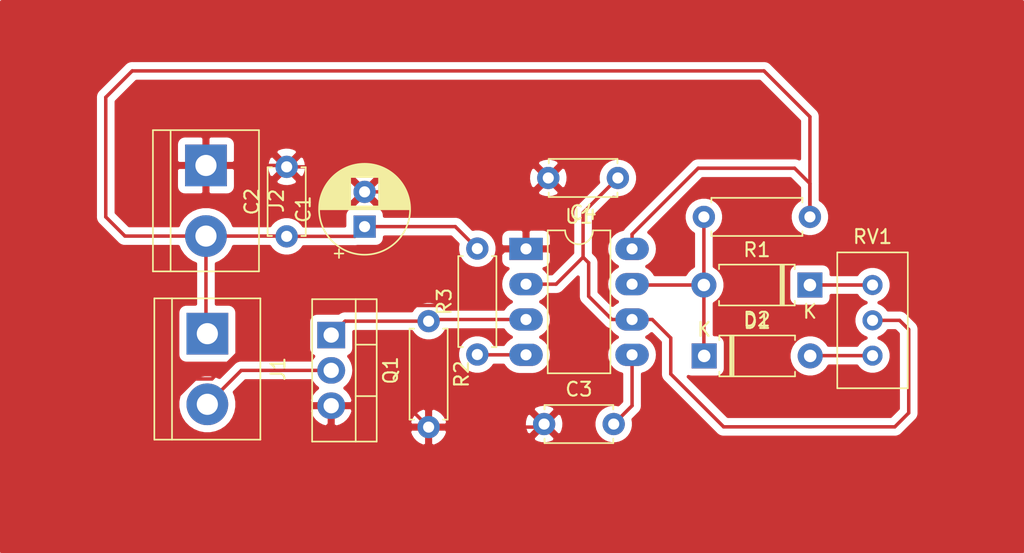
<source format=kicad_pcb>
(kicad_pcb (version 20171130) (host pcbnew 5.1.5)

  (general
    (thickness 1.6)
    (drawings 0)
    (tracks 79)
    (zones 0)
    (modules 14)
    (nets 11)
  )

  (page A4)
  (layers
    (0 F.Cu signal)
    (31 B.Cu signal)
    (32 B.Adhes user)
    (33 F.Adhes user)
    (34 B.Paste user)
    (35 F.Paste user)
    (36 B.SilkS user)
    (37 F.SilkS user)
    (38 B.Mask user)
    (39 F.Mask user)
    (40 Dwgs.User user)
    (41 Cmts.User user)
    (42 Eco1.User user)
    (43 Eco2.User user)
    (44 Edge.Cuts user)
    (45 Margin user)
    (46 B.CrtYd user)
    (47 F.CrtYd user)
    (48 B.Fab user)
    (49 F.Fab user)
  )

  (setup
    (last_trace_width 0.25)
    (trace_clearance 0.2)
    (zone_clearance 0.508)
    (zone_45_only no)
    (trace_min 0.2)
    (via_size 0.8)
    (via_drill 0.4)
    (via_min_size 0.4)
    (via_min_drill 0.3)
    (uvia_size 0.3)
    (uvia_drill 0.1)
    (uvias_allowed no)
    (uvia_min_size 0.2)
    (uvia_min_drill 0.1)
    (edge_width 0.05)
    (segment_width 0.2)
    (pcb_text_width 0.3)
    (pcb_text_size 1.5 1.5)
    (mod_edge_width 0.12)
    (mod_text_size 1 1)
    (mod_text_width 0.15)
    (pad_size 1.524 1.524)
    (pad_drill 0.762)
    (pad_to_mask_clearance 0.051)
    (solder_mask_min_width 0.25)
    (aux_axis_origin 0 0)
    (visible_elements FFFFFF7F)
    (pcbplotparams
      (layerselection 0x010fc_ffffffff)
      (usegerberextensions false)
      (usegerberattributes false)
      (usegerberadvancedattributes false)
      (creategerberjobfile false)
      (excludeedgelayer true)
      (linewidth 0.100000)
      (plotframeref false)
      (viasonmask false)
      (mode 1)
      (useauxorigin false)
      (hpglpennumber 1)
      (hpglpenspeed 20)
      (hpglpendiameter 15.000000)
      (psnegative false)
      (psa4output false)
      (plotreference true)
      (plotvalue true)
      (plotinvisibletext false)
      (padsonsilk false)
      (subtractmaskfromsilk false)
      (outputformat 1)
      (mirror false)
      (drillshape 1)
      (scaleselection 1)
      (outputdirectory ""))
  )

  (net 0 "")
  (net 1 GND)
  (net 2 +12V)
  (net 3 "Net-(C3-Pad2)")
  (net 4 THR)
  (net 5 "Net-(D1-Pad2)")
  (net 6 DIS)
  (net 7 "Net-(D2-Pad1)")
  (net 8 "Net-(J1-Pad2)")
  (net 9 Q)
  (net 10 "Net-(R3-Pad1)")

  (net_class Default "This is the default net class."
    (clearance 0.2)
    (trace_width 0.25)
    (via_dia 0.8)
    (via_drill 0.4)
    (uvia_dia 0.3)
    (uvia_drill 0.1)
    (add_net +12V)
    (add_net DIS)
    (add_net GND)
    (add_net "Net-(C3-Pad2)")
    (add_net "Net-(D1-Pad2)")
    (add_net "Net-(D2-Pad1)")
    (add_net "Net-(J1-Pad2)")
    (add_net "Net-(R3-Pad1)")
    (add_net Q)
    (add_net THR)
  )

  (module Resistor_THT:R_Axial_DIN0207_L6.3mm_D2.5mm_P7.62mm_Horizontal (layer F.Cu) (tedit 5AE5139B) (tstamp 5E2CFA52)
    (at 39.6 56.6 90)
    (descr "Resistor, Axial_DIN0207 series, Axial, Horizontal, pin pitch=7.62mm, 0.25W = 1/4W, length*diameter=6.3*2.5mm^2, http://cdn-reichelt.de/documents/datenblatt/B400/1_4W%23YAG.pdf")
    (tags "Resistor Axial_DIN0207 series Axial Horizontal pin pitch 7.62mm 0.25W = 1/4W length 6.3mm diameter 2.5mm")
    (path /5E2F5E06)
    (fp_text reference R3 (at 3.81 -2.37 90) (layer F.SilkS)
      (effects (font (size 1 1) (thickness 0.15)))
    )
    (fp_text value "1 kΩ" (at 3.81 2.37 90) (layer F.Fab)
      (effects (font (size 1 1) (thickness 0.15)))
    )
    (fp_text user %R (at 3.5 0 90) (layer F.Fab)
      (effects (font (size 1 1) (thickness 0.15)))
    )
    (fp_line (start 8.67 -1.5) (end -1.05 -1.5) (layer F.CrtYd) (width 0.05))
    (fp_line (start 8.67 1.5) (end 8.67 -1.5) (layer F.CrtYd) (width 0.05))
    (fp_line (start -1.05 1.5) (end 8.67 1.5) (layer F.CrtYd) (width 0.05))
    (fp_line (start -1.05 -1.5) (end -1.05 1.5) (layer F.CrtYd) (width 0.05))
    (fp_line (start 7.08 1.37) (end 7.08 1.04) (layer F.SilkS) (width 0.12))
    (fp_line (start 0.54 1.37) (end 7.08 1.37) (layer F.SilkS) (width 0.12))
    (fp_line (start 0.54 1.04) (end 0.54 1.37) (layer F.SilkS) (width 0.12))
    (fp_line (start 7.08 -1.37) (end 7.08 -1.04) (layer F.SilkS) (width 0.12))
    (fp_line (start 0.54 -1.37) (end 7.08 -1.37) (layer F.SilkS) (width 0.12))
    (fp_line (start 0.54 -1.04) (end 0.54 -1.37) (layer F.SilkS) (width 0.12))
    (fp_line (start 7.62 0) (end 6.96 0) (layer F.Fab) (width 0.1))
    (fp_line (start 0 0) (end 0.66 0) (layer F.Fab) (width 0.1))
    (fp_line (start 6.96 -1.25) (end 0.66 -1.25) (layer F.Fab) (width 0.1))
    (fp_line (start 6.96 1.25) (end 6.96 -1.25) (layer F.Fab) (width 0.1))
    (fp_line (start 0.66 1.25) (end 6.96 1.25) (layer F.Fab) (width 0.1))
    (fp_line (start 0.66 -1.25) (end 0.66 1.25) (layer F.Fab) (width 0.1))
    (pad 2 thru_hole oval (at 7.62 0 90) (size 1.6 1.6) (drill 0.8) (layers *.Cu *.Mask)
      (net 2 +12V))
    (pad 1 thru_hole circle (at 0 0 90) (size 1.6 1.6) (drill 0.8) (layers *.Cu *.Mask)
      (net 10 "Net-(R3-Pad1)"))
    (model ${KISYS3DMOD}/Resistor_THT.3dshapes/R_Axial_DIN0207_L6.3mm_D2.5mm_P7.62mm_Horizontal.wrl
      (at (xyz 0 0 0))
      (scale (xyz 1 1 1))
      (rotate (xyz 0 0 0))
    )
  )

  (module Package_DIP:DIP-8_W7.62mm_LongPads (layer F.Cu) (tedit 5A02E8C5) (tstamp 5E2CE58F)
    (at 43.1 49)
    (descr "8-lead though-hole mounted DIP package, row spacing 7.62 mm (300 mils), LongPads")
    (tags "THT DIP DIL PDIP 2.54mm 7.62mm 300mil LongPads")
    (path /5E2C7DAD)
    (fp_text reference U1 (at 3.81 -2.33) (layer F.SilkS)
      (effects (font (size 1 1) (thickness 0.15)))
    )
    (fp_text value NE555 (at 3.81 9.95) (layer F.Fab)
      (effects (font (size 1 1) (thickness 0.15)))
    )
    (fp_text user %R (at 3.81 3.81) (layer F.Fab)
      (effects (font (size 1 1) (thickness 0.15)))
    )
    (fp_line (start 9.1 -1.55) (end -1.45 -1.55) (layer F.CrtYd) (width 0.05))
    (fp_line (start 9.1 9.15) (end 9.1 -1.55) (layer F.CrtYd) (width 0.05))
    (fp_line (start -1.45 9.15) (end 9.1 9.15) (layer F.CrtYd) (width 0.05))
    (fp_line (start -1.45 -1.55) (end -1.45 9.15) (layer F.CrtYd) (width 0.05))
    (fp_line (start 6.06 -1.33) (end 4.81 -1.33) (layer F.SilkS) (width 0.12))
    (fp_line (start 6.06 8.95) (end 6.06 -1.33) (layer F.SilkS) (width 0.12))
    (fp_line (start 1.56 8.95) (end 6.06 8.95) (layer F.SilkS) (width 0.12))
    (fp_line (start 1.56 -1.33) (end 1.56 8.95) (layer F.SilkS) (width 0.12))
    (fp_line (start 2.81 -1.33) (end 1.56 -1.33) (layer F.SilkS) (width 0.12))
    (fp_line (start 0.635 -0.27) (end 1.635 -1.27) (layer F.Fab) (width 0.1))
    (fp_line (start 0.635 8.89) (end 0.635 -0.27) (layer F.Fab) (width 0.1))
    (fp_line (start 6.985 8.89) (end 0.635 8.89) (layer F.Fab) (width 0.1))
    (fp_line (start 6.985 -1.27) (end 6.985 8.89) (layer F.Fab) (width 0.1))
    (fp_line (start 1.635 -1.27) (end 6.985 -1.27) (layer F.Fab) (width 0.1))
    (fp_arc (start 3.81 -1.33) (end 2.81 -1.33) (angle -180) (layer F.SilkS) (width 0.12))
    (pad 8 thru_hole oval (at 7.62 0) (size 2.4 1.6) (drill 0.8) (layers *.Cu *.Mask)
      (net 2 +12V))
    (pad 4 thru_hole oval (at 0 7.62) (size 2.4 1.6) (drill 0.8) (layers *.Cu *.Mask)
      (net 10 "Net-(R3-Pad1)"))
    (pad 7 thru_hole oval (at 7.62 2.54) (size 2.4 1.6) (drill 0.8) (layers *.Cu *.Mask)
      (net 6 DIS))
    (pad 3 thru_hole oval (at 0 5.08) (size 2.4 1.6) (drill 0.8) (layers *.Cu *.Mask)
      (net 9 Q))
    (pad 6 thru_hole oval (at 7.62 5.08) (size 2.4 1.6) (drill 0.8) (layers *.Cu *.Mask)
      (net 4 THR))
    (pad 2 thru_hole oval (at 0 2.54) (size 2.4 1.6) (drill 0.8) (layers *.Cu *.Mask)
      (net 4 THR))
    (pad 5 thru_hole oval (at 7.62 7.62) (size 2.4 1.6) (drill 0.8) (layers *.Cu *.Mask)
      (net 3 "Net-(C3-Pad2)"))
    (pad 1 thru_hole rect (at 0 0) (size 2.4 1.6) (drill 0.8) (layers *.Cu *.Mask)
      (net 1 GND))
    (model ${KISYS3DMOD}/Package_DIP.3dshapes/DIP-8_W7.62mm.wrl
      (at (xyz 0 0 0))
      (scale (xyz 1 1 1))
      (rotate (xyz 0 0 0))
    )
  )

  (module Potentiometer_THT:Potentiometer_Bourns_3386C_Horizontal (layer F.Cu) (tedit 5AA07388) (tstamp 5E2CE16C)
    (at 68 51.6)
    (descr "Potentiometer, horizontal, Bourns 3386C, https://www.bourns.com/pdfs/3386.pdf")
    (tags "Potentiometer horizontal Bourns 3386C")
    (path /5E2C8CCE)
    (fp_text reference RV1 (at 0 -3.475) (layer F.SilkS)
      (effects (font (size 1 1) (thickness 0.15)))
    )
    (fp_text value "50 kΩ" (at 0 8.555) (layer F.Fab)
      (effects (font (size 1 1) (thickness 0.15)))
    )
    (fp_text user %R (at 0 2.54) (layer F.Fab)
      (effects (font (size 1 1) (thickness 0.15)))
    )
    (fp_line (start 2.67 -2.48) (end -2.67 -2.48) (layer F.CrtYd) (width 0.05))
    (fp_line (start 2.67 7.56) (end 2.67 -2.48) (layer F.CrtYd) (width 0.05))
    (fp_line (start -2.67 7.56) (end 2.67 7.56) (layer F.CrtYd) (width 0.05))
    (fp_line (start -2.67 -2.48) (end -2.67 7.56) (layer F.CrtYd) (width 0.05))
    (fp_line (start -2.535 -2.345) (end -2.535 7.425) (layer F.SilkS) (width 0.12))
    (fp_line (start 2.535 -2.345) (end 2.535 7.425) (layer F.SilkS) (width 0.12))
    (fp_line (start -2.535 7.425) (end 2.535 7.425) (layer F.SilkS) (width 0.12))
    (fp_line (start -2.535 -2.345) (end 2.535 -2.345) (layer F.SilkS) (width 0.12))
    (fp_line (start -2.415 -2.225) (end 2.415 -2.225) (layer F.Fab) (width 0.1))
    (fp_line (start -2.415 7.305) (end -2.415 -2.225) (layer F.Fab) (width 0.1))
    (fp_line (start 2.415 7.305) (end -2.415 7.305) (layer F.Fab) (width 0.1))
    (fp_line (start 2.415 -2.225) (end 2.415 7.305) (layer F.Fab) (width 0.1))
    (pad 1 thru_hole circle (at 0 0) (size 1.44 1.44) (drill 0.8) (layers *.Cu *.Mask)
      (net 7 "Net-(D2-Pad1)"))
    (pad 2 thru_hole circle (at 0 2.54) (size 1.44 1.44) (drill 0.8) (layers *.Cu *.Mask)
      (net 4 THR))
    (pad 3 thru_hole circle (at 0 5.08) (size 1.44 1.44) (drill 0.8) (layers *.Cu *.Mask)
      (net 5 "Net-(D1-Pad2)"))
    (model ${KISYS3DMOD}/Potentiometer_THT.3dshapes/Potentiometer_Bourns_3386C_Horizontal.wrl
      (at (xyz 0 0 0))
      (scale (xyz 1 1 1))
      (rotate (xyz 0 0 0))
    )
  )

  (module Resistor_THT:R_Axial_DIN0207_L6.3mm_D2.5mm_P7.62mm_Horizontal (layer F.Cu) (tedit 5AE5139B) (tstamp 5E2CE158)
    (at 36.1 54.2 270)
    (descr "Resistor, Axial_DIN0207 series, Axial, Horizontal, pin pitch=7.62mm, 0.25W = 1/4W, length*diameter=6.3*2.5mm^2, http://cdn-reichelt.de/documents/datenblatt/B400/1_4W%23YAG.pdf")
    (tags "Resistor Axial_DIN0207 series Axial Horizontal pin pitch 7.62mm 0.25W = 1/4W length 6.3mm diameter 2.5mm")
    (path /5E2E5E79)
    (fp_text reference R2 (at 3.81 -2.37 90) (layer F.SilkS)
      (effects (font (size 1 1) (thickness 0.15)))
    )
    (fp_text value "1 MΩ" (at 3.81 2.37 90) (layer F.Fab)
      (effects (font (size 1 1) (thickness 0.15)))
    )
    (fp_text user %R (at 3.9 -0.1 90) (layer F.Fab)
      (effects (font (size 1 1) (thickness 0.15)))
    )
    (fp_line (start 8.67 -1.5) (end -1.05 -1.5) (layer F.CrtYd) (width 0.05))
    (fp_line (start 8.67 1.5) (end 8.67 -1.5) (layer F.CrtYd) (width 0.05))
    (fp_line (start -1.05 1.5) (end 8.67 1.5) (layer F.CrtYd) (width 0.05))
    (fp_line (start -1.05 -1.5) (end -1.05 1.5) (layer F.CrtYd) (width 0.05))
    (fp_line (start 7.08 1.37) (end 7.08 1.04) (layer F.SilkS) (width 0.12))
    (fp_line (start 0.54 1.37) (end 7.08 1.37) (layer F.SilkS) (width 0.12))
    (fp_line (start 0.54 1.04) (end 0.54 1.37) (layer F.SilkS) (width 0.12))
    (fp_line (start 7.08 -1.37) (end 7.08 -1.04) (layer F.SilkS) (width 0.12))
    (fp_line (start 0.54 -1.37) (end 7.08 -1.37) (layer F.SilkS) (width 0.12))
    (fp_line (start 0.54 -1.04) (end 0.54 -1.37) (layer F.SilkS) (width 0.12))
    (fp_line (start 7.62 0) (end 6.96 0) (layer F.Fab) (width 0.1))
    (fp_line (start 0 0) (end 0.66 0) (layer F.Fab) (width 0.1))
    (fp_line (start 6.96 -1.25) (end 0.66 -1.25) (layer F.Fab) (width 0.1))
    (fp_line (start 6.96 1.25) (end 6.96 -1.25) (layer F.Fab) (width 0.1))
    (fp_line (start 0.66 1.25) (end 6.96 1.25) (layer F.Fab) (width 0.1))
    (fp_line (start 0.66 -1.25) (end 0.66 1.25) (layer F.Fab) (width 0.1))
    (pad 2 thru_hole oval (at 7.62 0 270) (size 1.6 1.6) (drill 0.8) (layers *.Cu *.Mask)
      (net 1 GND))
    (pad 1 thru_hole circle (at 0 0 270) (size 1.6 1.6) (drill 0.8) (layers *.Cu *.Mask)
      (net 9 Q))
    (model ${KISYS3DMOD}/Resistor_THT.3dshapes/R_Axial_DIN0207_L6.3mm_D2.5mm_P7.62mm_Horizontal.wrl
      (at (xyz 0 0 0))
      (scale (xyz 1 1 1))
      (rotate (xyz 0 0 0))
    )
  )

  (module Resistor_THT:R_Axial_DIN0207_L6.3mm_D2.5mm_P7.62mm_Horizontal (layer F.Cu) (tedit 5AE5139B) (tstamp 5E2CEE44)
    (at 63.5 46.7 180)
    (descr "Resistor, Axial_DIN0207 series, Axial, Horizontal, pin pitch=7.62mm, 0.25W = 1/4W, length*diameter=6.3*2.5mm^2, http://cdn-reichelt.de/documents/datenblatt/B400/1_4W%23YAG.pdf")
    (tags "Resistor Axial_DIN0207 series Axial Horizontal pin pitch 7.62mm 0.25W = 1/4W length 6.3mm diameter 2.5mm")
    (path /5E2C84B0)
    (fp_text reference R1 (at 3.81 -2.37) (layer F.SilkS)
      (effects (font (size 1 1) (thickness 0.15)))
    )
    (fp_text value "1 kΩ" (at 3.81 2.37) (layer F.Fab)
      (effects (font (size 1 1) (thickness 0.15)))
    )
    (fp_text user %R (at 3.81 0) (layer F.Fab)
      (effects (font (size 1 1) (thickness 0.15)))
    )
    (fp_line (start 8.67 -1.5) (end -1.05 -1.5) (layer F.CrtYd) (width 0.05))
    (fp_line (start 8.67 1.5) (end 8.67 -1.5) (layer F.CrtYd) (width 0.05))
    (fp_line (start -1.05 1.5) (end 8.67 1.5) (layer F.CrtYd) (width 0.05))
    (fp_line (start -1.05 -1.5) (end -1.05 1.5) (layer F.CrtYd) (width 0.05))
    (fp_line (start 7.08 1.37) (end 7.08 1.04) (layer F.SilkS) (width 0.12))
    (fp_line (start 0.54 1.37) (end 7.08 1.37) (layer F.SilkS) (width 0.12))
    (fp_line (start 0.54 1.04) (end 0.54 1.37) (layer F.SilkS) (width 0.12))
    (fp_line (start 7.08 -1.37) (end 7.08 -1.04) (layer F.SilkS) (width 0.12))
    (fp_line (start 0.54 -1.37) (end 7.08 -1.37) (layer F.SilkS) (width 0.12))
    (fp_line (start 0.54 -1.04) (end 0.54 -1.37) (layer F.SilkS) (width 0.12))
    (fp_line (start 7.62 0) (end 6.96 0) (layer F.Fab) (width 0.1))
    (fp_line (start 0 0) (end 0.66 0) (layer F.Fab) (width 0.1))
    (fp_line (start 6.96 -1.25) (end 0.66 -1.25) (layer F.Fab) (width 0.1))
    (fp_line (start 6.96 1.25) (end 6.96 -1.25) (layer F.Fab) (width 0.1))
    (fp_line (start 0.66 1.25) (end 6.96 1.25) (layer F.Fab) (width 0.1))
    (fp_line (start 0.66 -1.25) (end 0.66 1.25) (layer F.Fab) (width 0.1))
    (pad 2 thru_hole oval (at 7.62 0 180) (size 1.6 1.6) (drill 0.8) (layers *.Cu *.Mask)
      (net 6 DIS))
    (pad 1 thru_hole circle (at 0 0 180) (size 1.6 1.6) (drill 0.8) (layers *.Cu *.Mask)
      (net 2 +12V))
    (model ${KISYS3DMOD}/Resistor_THT.3dshapes/R_Axial_DIN0207_L6.3mm_D2.5mm_P7.62mm_Horizontal.wrl
      (at (xyz 0 0 0))
      (scale (xyz 1 1 1))
      (rotate (xyz 0 0 0))
    )
  )

  (module Package_TO_SOT_THT:TO-220-3_Vertical (layer F.Cu) (tedit 5AC8BA0D) (tstamp 5E2CE12A)
    (at 29.1 55.2 270)
    (descr "TO-220-3, Vertical, RM 2.54mm, see https://www.vishay.com/docs/66542/to-220-1.pdf")
    (tags "TO-220-3 Vertical RM 2.54mm")
    (path /5E2CB9C9)
    (fp_text reference Q1 (at 2.54 -4.27 90) (layer F.SilkS)
      (effects (font (size 1 1) (thickness 0.15)))
    )
    (fp_text value Q_NMOS_GDS (at 2.54 2.5 90) (layer F.Fab)
      (effects (font (size 1 1) (thickness 0.15)))
    )
    (fp_text user %R (at 2.54 -4.27 90) (layer F.Fab)
      (effects (font (size 1 1) (thickness 0.15)))
    )
    (fp_line (start 7.79 -3.4) (end -2.71 -3.4) (layer F.CrtYd) (width 0.05))
    (fp_line (start 7.79 1.51) (end 7.79 -3.4) (layer F.CrtYd) (width 0.05))
    (fp_line (start -2.71 1.51) (end 7.79 1.51) (layer F.CrtYd) (width 0.05))
    (fp_line (start -2.71 -3.4) (end -2.71 1.51) (layer F.CrtYd) (width 0.05))
    (fp_line (start 4.391 -3.27) (end 4.391 -1.76) (layer F.SilkS) (width 0.12))
    (fp_line (start 0.69 -3.27) (end 0.69 -1.76) (layer F.SilkS) (width 0.12))
    (fp_line (start -2.58 -1.76) (end 7.66 -1.76) (layer F.SilkS) (width 0.12))
    (fp_line (start 7.66 -3.27) (end 7.66 1.371) (layer F.SilkS) (width 0.12))
    (fp_line (start -2.58 -3.27) (end -2.58 1.371) (layer F.SilkS) (width 0.12))
    (fp_line (start -2.58 1.371) (end 7.66 1.371) (layer F.SilkS) (width 0.12))
    (fp_line (start -2.58 -3.27) (end 7.66 -3.27) (layer F.SilkS) (width 0.12))
    (fp_line (start 4.39 -3.15) (end 4.39 -1.88) (layer F.Fab) (width 0.1))
    (fp_line (start 0.69 -3.15) (end 0.69 -1.88) (layer F.Fab) (width 0.1))
    (fp_line (start -2.46 -1.88) (end 7.54 -1.88) (layer F.Fab) (width 0.1))
    (fp_line (start 7.54 -3.15) (end -2.46 -3.15) (layer F.Fab) (width 0.1))
    (fp_line (start 7.54 1.25) (end 7.54 -3.15) (layer F.Fab) (width 0.1))
    (fp_line (start -2.46 1.25) (end 7.54 1.25) (layer F.Fab) (width 0.1))
    (fp_line (start -2.46 -3.15) (end -2.46 1.25) (layer F.Fab) (width 0.1))
    (pad 3 thru_hole oval (at 5.08 0 270) (size 1.905 2) (drill 1.1) (layers *.Cu *.Mask)
      (net 1 GND))
    (pad 2 thru_hole oval (at 2.54 0 270) (size 1.905 2) (drill 1.1) (layers *.Cu *.Mask)
      (net 8 "Net-(J1-Pad2)"))
    (pad 1 thru_hole rect (at 0 0 270) (size 1.905 2) (drill 1.1) (layers *.Cu *.Mask)
      (net 9 Q))
    (model ${KISYS3DMOD}/Package_TO_SOT_THT.3dshapes/TO-220-3_Vertical.wrl
      (at (xyz 0 0 0))
      (scale (xyz 1 1 1))
      (rotate (xyz 0 0 0))
    )
  )

  (module TerminalBlock:TerminalBlock_bornier-2_P5.08mm (layer F.Cu) (tedit 59FF03AB) (tstamp 5E2CE110)
    (at 20.1 43 270)
    (descr "simple 2-pin terminal block, pitch 5.08mm, revamped version of bornier2")
    (tags "terminal block bornier2")
    (path /5E2CC126)
    (fp_text reference J2 (at 2.54 -5.08 90) (layer F.SilkS)
      (effects (font (size 1 1) (thickness 0.15)))
    )
    (fp_text value Screw_Terminal_01x02 (at 2.54 5.08 90) (layer F.Fab)
      (effects (font (size 1 1) (thickness 0.15)))
    )
    (fp_line (start 7.79 4) (end -2.71 4) (layer F.CrtYd) (width 0.05))
    (fp_line (start 7.79 4) (end 7.79 -4) (layer F.CrtYd) (width 0.05))
    (fp_line (start -2.71 -4) (end -2.71 4) (layer F.CrtYd) (width 0.05))
    (fp_line (start -2.71 -4) (end 7.79 -4) (layer F.CrtYd) (width 0.05))
    (fp_line (start -2.54 3.81) (end 7.62 3.81) (layer F.SilkS) (width 0.12))
    (fp_line (start -2.54 -3.81) (end -2.54 3.81) (layer F.SilkS) (width 0.12))
    (fp_line (start 7.62 -3.81) (end -2.54 -3.81) (layer F.SilkS) (width 0.12))
    (fp_line (start 7.62 3.81) (end 7.62 -3.81) (layer F.SilkS) (width 0.12))
    (fp_line (start 7.62 2.54) (end -2.54 2.54) (layer F.SilkS) (width 0.12))
    (fp_line (start 7.54 -3.75) (end -2.46 -3.75) (layer F.Fab) (width 0.1))
    (fp_line (start 7.54 3.75) (end 7.54 -3.75) (layer F.Fab) (width 0.1))
    (fp_line (start -2.46 3.75) (end 7.54 3.75) (layer F.Fab) (width 0.1))
    (fp_line (start -2.46 -3.75) (end -2.46 3.75) (layer F.Fab) (width 0.1))
    (fp_line (start -2.41 2.55) (end 7.49 2.55) (layer F.Fab) (width 0.1))
    (fp_text user %R (at 2.54 0 90) (layer F.Fab)
      (effects (font (size 1 1) (thickness 0.15)))
    )
    (pad 2 thru_hole circle (at 5.08 0 270) (size 3 3) (drill 1.52) (layers *.Cu *.Mask)
      (net 2 +12V))
    (pad 1 thru_hole rect (at 0 0 270) (size 3 3) (drill 1.52) (layers *.Cu *.Mask)
      (net 1 GND))
    (model ${KISYS3DMOD}/TerminalBlock.3dshapes/TerminalBlock_bornier-2_P5.08mm.wrl
      (offset (xyz 2.539999961853027 0 0))
      (scale (xyz 1 1 1))
      (rotate (xyz 0 0 0))
    )
  )

  (module TerminalBlock:TerminalBlock_bornier-2_P5.08mm (layer F.Cu) (tedit 59FF03AB) (tstamp 5E2CE0FB)
    (at 20.2 55.1 270)
    (descr "simple 2-pin terminal block, pitch 5.08mm, revamped version of bornier2")
    (tags "terminal block bornier2")
    (path /5E2CC464)
    (fp_text reference J1 (at 2.54 -5.08 90) (layer F.SilkS)
      (effects (font (size 1 1) (thickness 0.15)))
    )
    (fp_text value Screw_Terminal_01x02 (at 2.54 5.08 90) (layer F.Fab)
      (effects (font (size 1 1) (thickness 0.15)))
    )
    (fp_line (start 7.79 4) (end -2.71 4) (layer F.CrtYd) (width 0.05))
    (fp_line (start 7.79 4) (end 7.79 -4) (layer F.CrtYd) (width 0.05))
    (fp_line (start -2.71 -4) (end -2.71 4) (layer F.CrtYd) (width 0.05))
    (fp_line (start -2.71 -4) (end 7.79 -4) (layer F.CrtYd) (width 0.05))
    (fp_line (start -2.54 3.81) (end 7.62 3.81) (layer F.SilkS) (width 0.12))
    (fp_line (start -2.54 -3.81) (end -2.54 3.81) (layer F.SilkS) (width 0.12))
    (fp_line (start 7.62 -3.81) (end -2.54 -3.81) (layer F.SilkS) (width 0.12))
    (fp_line (start 7.62 3.81) (end 7.62 -3.81) (layer F.SilkS) (width 0.12))
    (fp_line (start 7.62 2.54) (end -2.54 2.54) (layer F.SilkS) (width 0.12))
    (fp_line (start 7.54 -3.75) (end -2.46 -3.75) (layer F.Fab) (width 0.1))
    (fp_line (start 7.54 3.75) (end 7.54 -3.75) (layer F.Fab) (width 0.1))
    (fp_line (start -2.46 3.75) (end 7.54 3.75) (layer F.Fab) (width 0.1))
    (fp_line (start -2.46 -3.75) (end -2.46 3.75) (layer F.Fab) (width 0.1))
    (fp_line (start -2.41 2.55) (end 7.49 2.55) (layer F.Fab) (width 0.1))
    (fp_text user %R (at 2.54 0 90) (layer F.Fab)
      (effects (font (size 1 1) (thickness 0.15)))
    )
    (pad 2 thru_hole circle (at 5.08 0 270) (size 3 3) (drill 1.52) (layers *.Cu *.Mask)
      (net 8 "Net-(J1-Pad2)"))
    (pad 1 thru_hole rect (at 0 0 270) (size 3 3) (drill 1.52) (layers *.Cu *.Mask)
      (net 2 +12V))
    (model ${KISYS3DMOD}/TerminalBlock.3dshapes/TerminalBlock_bornier-2_P5.08mm.wrl
      (offset (xyz 2.539999961853027 0 0))
      (scale (xyz 1 1 1))
      (rotate (xyz 0 0 0))
    )
  )

  (module Diode_THT:D_A-405_P7.62mm_Horizontal (layer F.Cu) (tedit 5AE50CD5) (tstamp 5E2CE0E6)
    (at 63.5 51.6 180)
    (descr "Diode, A-405 series, Axial, Horizontal, pin pitch=7.62mm, , length*diameter=5.2*2.7mm^2, , http://www.diodes.com/_files/packages/A-405.pdf")
    (tags "Diode A-405 series Axial Horizontal pin pitch 7.62mm  length 5.2mm diameter 2.7mm")
    (path /5E2C9EF8)
    (fp_text reference D2 (at 3.81 -2.47) (layer F.SilkS)
      (effects (font (size 1 1) (thickness 0.15)))
    )
    (fp_text value D (at 3.81 2.47) (layer F.Fab)
      (effects (font (size 1 1) (thickness 0.15)))
    )
    (fp_text user K (at 0 -1.9) (layer F.SilkS)
      (effects (font (size 1 1) (thickness 0.15)))
    )
    (fp_text user K (at 0 -1.9) (layer F.Fab)
      (effects (font (size 1 1) (thickness 0.15)))
    )
    (fp_text user %R (at 4.105241 0.34) (layer F.Fab)
      (effects (font (size 1 1) (thickness 0.15)))
    )
    (fp_line (start 8.77 -1.6) (end -1.15 -1.6) (layer F.CrtYd) (width 0.05))
    (fp_line (start 8.77 1.6) (end 8.77 -1.6) (layer F.CrtYd) (width 0.05))
    (fp_line (start -1.15 1.6) (end 8.77 1.6) (layer F.CrtYd) (width 0.05))
    (fp_line (start -1.15 -1.6) (end -1.15 1.6) (layer F.CrtYd) (width 0.05))
    (fp_line (start 1.87 -1.47) (end 1.87 1.47) (layer F.SilkS) (width 0.12))
    (fp_line (start 2.11 -1.47) (end 2.11 1.47) (layer F.SilkS) (width 0.12))
    (fp_line (start 1.99 -1.47) (end 1.99 1.47) (layer F.SilkS) (width 0.12))
    (fp_line (start 6.53 1.47) (end 6.53 1.14) (layer F.SilkS) (width 0.12))
    (fp_line (start 1.09 1.47) (end 6.53 1.47) (layer F.SilkS) (width 0.12))
    (fp_line (start 1.09 1.14) (end 1.09 1.47) (layer F.SilkS) (width 0.12))
    (fp_line (start 6.53 -1.47) (end 6.53 -1.14) (layer F.SilkS) (width 0.12))
    (fp_line (start 1.09 -1.47) (end 6.53 -1.47) (layer F.SilkS) (width 0.12))
    (fp_line (start 1.09 -1.14) (end 1.09 -1.47) (layer F.SilkS) (width 0.12))
    (fp_line (start 1.89 -1.35) (end 1.89 1.35) (layer F.Fab) (width 0.1))
    (fp_line (start 2.09 -1.35) (end 2.09 1.35) (layer F.Fab) (width 0.1))
    (fp_line (start 1.99 -1.35) (end 1.99 1.35) (layer F.Fab) (width 0.1))
    (fp_line (start 7.62 0) (end 6.41 0) (layer F.Fab) (width 0.1))
    (fp_line (start 0 0) (end 1.21 0) (layer F.Fab) (width 0.1))
    (fp_line (start 6.41 -1.35) (end 1.21 -1.35) (layer F.Fab) (width 0.1))
    (fp_line (start 6.41 1.35) (end 6.41 -1.35) (layer F.Fab) (width 0.1))
    (fp_line (start 1.21 1.35) (end 6.41 1.35) (layer F.Fab) (width 0.1))
    (fp_line (start 1.21 -1.35) (end 1.21 1.35) (layer F.Fab) (width 0.1))
    (pad 2 thru_hole oval (at 7.62 0 180) (size 1.8 1.8) (drill 0.9) (layers *.Cu *.Mask)
      (net 6 DIS))
    (pad 1 thru_hole rect (at 0 0 180) (size 1.8 1.8) (drill 0.9) (layers *.Cu *.Mask)
      (net 7 "Net-(D2-Pad1)"))
    (model ${KISYS3DMOD}/Diode_THT.3dshapes/D_A-405_P7.62mm_Horizontal.wrl
      (at (xyz 0 0 0))
      (scale (xyz 1 1 1))
      (rotate (xyz 0 0 0))
    )
  )

  (module Diode_THT:D_A-405_P7.62mm_Horizontal (layer F.Cu) (tedit 5AE50CD5) (tstamp 5E2CE0C7)
    (at 55.9 56.7)
    (descr "Diode, A-405 series, Axial, Horizontal, pin pitch=7.62mm, , length*diameter=5.2*2.7mm^2, , http://www.diodes.com/_files/packages/A-405.pdf")
    (tags "Diode A-405 series Axial Horizontal pin pitch 7.62mm  length 5.2mm diameter 2.7mm")
    (path /5E2CA2A5)
    (fp_text reference D1 (at 3.81 -2.47) (layer F.SilkS)
      (effects (font (size 1 1) (thickness 0.15)))
    )
    (fp_text value D (at 3.81 2.47) (layer F.Fab)
      (effects (font (size 1 1) (thickness 0.15)))
    )
    (fp_text user K (at 0 -1.9) (layer F.SilkS)
      (effects (font (size 1 1) (thickness 0.15)))
    )
    (fp_text user K (at 0 -1.9) (layer F.Fab)
      (effects (font (size 1 1) (thickness 0.15)))
    )
    (fp_text user %R (at 4.2 0) (layer F.Fab)
      (effects (font (size 1 1) (thickness 0.15)))
    )
    (fp_line (start 8.77 -1.6) (end -1.15 -1.6) (layer F.CrtYd) (width 0.05))
    (fp_line (start 8.77 1.6) (end 8.77 -1.6) (layer F.CrtYd) (width 0.05))
    (fp_line (start -1.15 1.6) (end 8.77 1.6) (layer F.CrtYd) (width 0.05))
    (fp_line (start -1.15 -1.6) (end -1.15 1.6) (layer F.CrtYd) (width 0.05))
    (fp_line (start 1.87 -1.47) (end 1.87 1.47) (layer F.SilkS) (width 0.12))
    (fp_line (start 2.11 -1.47) (end 2.11 1.47) (layer F.SilkS) (width 0.12))
    (fp_line (start 1.99 -1.47) (end 1.99 1.47) (layer F.SilkS) (width 0.12))
    (fp_line (start 6.53 1.47) (end 6.53 1.14) (layer F.SilkS) (width 0.12))
    (fp_line (start 1.09 1.47) (end 6.53 1.47) (layer F.SilkS) (width 0.12))
    (fp_line (start 1.09 1.14) (end 1.09 1.47) (layer F.SilkS) (width 0.12))
    (fp_line (start 6.53 -1.47) (end 6.53 -1.14) (layer F.SilkS) (width 0.12))
    (fp_line (start 1.09 -1.47) (end 6.53 -1.47) (layer F.SilkS) (width 0.12))
    (fp_line (start 1.09 -1.14) (end 1.09 -1.47) (layer F.SilkS) (width 0.12))
    (fp_line (start 1.89 -1.35) (end 1.89 1.35) (layer F.Fab) (width 0.1))
    (fp_line (start 2.09 -1.35) (end 2.09 1.35) (layer F.Fab) (width 0.1))
    (fp_line (start 1.99 -1.35) (end 1.99 1.35) (layer F.Fab) (width 0.1))
    (fp_line (start 7.62 0) (end 6.41 0) (layer F.Fab) (width 0.1))
    (fp_line (start 0 0) (end 1.21 0) (layer F.Fab) (width 0.1))
    (fp_line (start 6.41 -1.35) (end 1.21 -1.35) (layer F.Fab) (width 0.1))
    (fp_line (start 6.41 1.35) (end 6.41 -1.35) (layer F.Fab) (width 0.1))
    (fp_line (start 1.21 1.35) (end 6.41 1.35) (layer F.Fab) (width 0.1))
    (fp_line (start 1.21 -1.35) (end 1.21 1.35) (layer F.Fab) (width 0.1))
    (pad 2 thru_hole oval (at 7.62 0) (size 1.8 1.8) (drill 0.9) (layers *.Cu *.Mask)
      (net 5 "Net-(D1-Pad2)"))
    (pad 1 thru_hole rect (at 0 0) (size 1.8 1.8) (drill 0.9) (layers *.Cu *.Mask)
      (net 6 DIS))
    (model ${KISYS3DMOD}/Diode_THT.3dshapes/D_A-405_P7.62mm_Horizontal.wrl
      (at (xyz 0 0 0))
      (scale (xyz 1 1 1))
      (rotate (xyz 0 0 0))
    )
  )

  (module Capacitor_THT:C_Disc_D4.7mm_W2.5mm_P5.00mm (layer F.Cu) (tedit 5AE50EF0) (tstamp 5E2CE0A8)
    (at 49.7 43.9 180)
    (descr "C, Disc series, Radial, pin pitch=5.00mm, , diameter*width=4.7*2.5mm^2, Capacitor, http://www.vishay.com/docs/45233/krseries.pdf")
    (tags "C Disc series Radial pin pitch 5.00mm  diameter 4.7mm width 2.5mm Capacitor")
    (path /5E2C9474)
    (fp_text reference C4 (at 2.5 -2.5) (layer F.SilkS)
      (effects (font (size 1 1) (thickness 0.15)))
    )
    (fp_text value 100nF (at 2.5 2.5) (layer F.Fab)
      (effects (font (size 1 1) (thickness 0.15)))
    )
    (fp_text user %R (at 2.5 0) (layer F.Fab)
      (effects (font (size 0.94 0.94) (thickness 0.141)))
    )
    (fp_line (start 6.05 -1.5) (end -1.05 -1.5) (layer F.CrtYd) (width 0.05))
    (fp_line (start 6.05 1.5) (end 6.05 -1.5) (layer F.CrtYd) (width 0.05))
    (fp_line (start -1.05 1.5) (end 6.05 1.5) (layer F.CrtYd) (width 0.05))
    (fp_line (start -1.05 -1.5) (end -1.05 1.5) (layer F.CrtYd) (width 0.05))
    (fp_line (start 4.97 1.055) (end 4.97 1.37) (layer F.SilkS) (width 0.12))
    (fp_line (start 4.97 -1.37) (end 4.97 -1.055) (layer F.SilkS) (width 0.12))
    (fp_line (start 0.03 1.055) (end 0.03 1.37) (layer F.SilkS) (width 0.12))
    (fp_line (start 0.03 -1.37) (end 0.03 -1.055) (layer F.SilkS) (width 0.12))
    (fp_line (start 0.03 1.37) (end 4.97 1.37) (layer F.SilkS) (width 0.12))
    (fp_line (start 0.03 -1.37) (end 4.97 -1.37) (layer F.SilkS) (width 0.12))
    (fp_line (start 4.85 -1.25) (end 0.15 -1.25) (layer F.Fab) (width 0.1))
    (fp_line (start 4.85 1.25) (end 4.85 -1.25) (layer F.Fab) (width 0.1))
    (fp_line (start 0.15 1.25) (end 4.85 1.25) (layer F.Fab) (width 0.1))
    (fp_line (start 0.15 -1.25) (end 0.15 1.25) (layer F.Fab) (width 0.1))
    (pad 2 thru_hole circle (at 5 0 180) (size 1.6 1.6) (drill 0.8) (layers *.Cu *.Mask)
      (net 1 GND))
    (pad 1 thru_hole circle (at 0 0 180) (size 1.6 1.6) (drill 0.8) (layers *.Cu *.Mask)
      (net 4 THR))
    (model ${KISYS3DMOD}/Capacitor_THT.3dshapes/C_Disc_D4.7mm_W2.5mm_P5.00mm.wrl
      (at (xyz 0 0 0))
      (scale (xyz 1 1 1))
      (rotate (xyz 0 0 0))
    )
  )

  (module Capacitor_THT:C_Disc_D4.7mm_W2.5mm_P5.00mm (layer F.Cu) (tedit 5AE50EF0) (tstamp 5E2CE093)
    (at 44.4 61.6)
    (descr "C, Disc series, Radial, pin pitch=5.00mm, , diameter*width=4.7*2.5mm^2, Capacitor, http://www.vishay.com/docs/45233/krseries.pdf")
    (tags "C Disc series Radial pin pitch 5.00mm  diameter 4.7mm width 2.5mm Capacitor")
    (path /5E2C9310)
    (fp_text reference C3 (at 2.5 -2.5) (layer F.SilkS)
      (effects (font (size 1 1) (thickness 0.15)))
    )
    (fp_text value 10nF (at 2.5 2.5) (layer F.Fab)
      (effects (font (size 1 1) (thickness 0.15)))
    )
    (fp_text user %R (at 2.5 0) (layer F.Fab)
      (effects (font (size 0.94 0.94) (thickness 0.141)))
    )
    (fp_line (start 6.05 -1.5) (end -1.05 -1.5) (layer F.CrtYd) (width 0.05))
    (fp_line (start 6.05 1.5) (end 6.05 -1.5) (layer F.CrtYd) (width 0.05))
    (fp_line (start -1.05 1.5) (end 6.05 1.5) (layer F.CrtYd) (width 0.05))
    (fp_line (start -1.05 -1.5) (end -1.05 1.5) (layer F.CrtYd) (width 0.05))
    (fp_line (start 4.97 1.055) (end 4.97 1.37) (layer F.SilkS) (width 0.12))
    (fp_line (start 4.97 -1.37) (end 4.97 -1.055) (layer F.SilkS) (width 0.12))
    (fp_line (start 0.03 1.055) (end 0.03 1.37) (layer F.SilkS) (width 0.12))
    (fp_line (start 0.03 -1.37) (end 0.03 -1.055) (layer F.SilkS) (width 0.12))
    (fp_line (start 0.03 1.37) (end 4.97 1.37) (layer F.SilkS) (width 0.12))
    (fp_line (start 0.03 -1.37) (end 4.97 -1.37) (layer F.SilkS) (width 0.12))
    (fp_line (start 4.85 -1.25) (end 0.15 -1.25) (layer F.Fab) (width 0.1))
    (fp_line (start 4.85 1.25) (end 4.85 -1.25) (layer F.Fab) (width 0.1))
    (fp_line (start 0.15 1.25) (end 4.85 1.25) (layer F.Fab) (width 0.1))
    (fp_line (start 0.15 -1.25) (end 0.15 1.25) (layer F.Fab) (width 0.1))
    (pad 2 thru_hole circle (at 5 0) (size 1.6 1.6) (drill 0.8) (layers *.Cu *.Mask)
      (net 3 "Net-(C3-Pad2)"))
    (pad 1 thru_hole circle (at 0 0) (size 1.6 1.6) (drill 0.8) (layers *.Cu *.Mask)
      (net 1 GND))
    (model ${KISYS3DMOD}/Capacitor_THT.3dshapes/C_Disc_D4.7mm_W2.5mm_P5.00mm.wrl
      (at (xyz 0 0 0))
      (scale (xyz 1 1 1))
      (rotate (xyz 0 0 0))
    )
  )

  (module Capacitor_THT:C_Disc_D4.7mm_W2.5mm_P5.00mm (layer F.Cu) (tedit 5AE50EF0) (tstamp 5E2CE07E)
    (at 25.9 48.1 90)
    (descr "C, Disc series, Radial, pin pitch=5.00mm, , diameter*width=4.7*2.5mm^2, Capacitor, http://www.vishay.com/docs/45233/krseries.pdf")
    (tags "C Disc series Radial pin pitch 5.00mm  diameter 4.7mm width 2.5mm Capacitor")
    (path /5E2CE6A3)
    (fp_text reference C2 (at 2.5 -2.5 90) (layer F.SilkS)
      (effects (font (size 1 1) (thickness 0.15)))
    )
    (fp_text value 100nF (at 2.5 2.5 90) (layer F.Fab)
      (effects (font (size 1 1) (thickness 0.15)))
    )
    (fp_text user %R (at 2.5 0 90) (layer F.Fab)
      (effects (font (size 0.94 0.94) (thickness 0.141)))
    )
    (fp_line (start 6.05 -1.5) (end -1.05 -1.5) (layer F.CrtYd) (width 0.05))
    (fp_line (start 6.05 1.5) (end 6.05 -1.5) (layer F.CrtYd) (width 0.05))
    (fp_line (start -1.05 1.5) (end 6.05 1.5) (layer F.CrtYd) (width 0.05))
    (fp_line (start -1.05 -1.5) (end -1.05 1.5) (layer F.CrtYd) (width 0.05))
    (fp_line (start 4.97 1.055) (end 4.97 1.37) (layer F.SilkS) (width 0.12))
    (fp_line (start 4.97 -1.37) (end 4.97 -1.055) (layer F.SilkS) (width 0.12))
    (fp_line (start 0.03 1.055) (end 0.03 1.37) (layer F.SilkS) (width 0.12))
    (fp_line (start 0.03 -1.37) (end 0.03 -1.055) (layer F.SilkS) (width 0.12))
    (fp_line (start 0.03 1.37) (end 4.97 1.37) (layer F.SilkS) (width 0.12))
    (fp_line (start 0.03 -1.37) (end 4.97 -1.37) (layer F.SilkS) (width 0.12))
    (fp_line (start 4.85 -1.25) (end 0.15 -1.25) (layer F.Fab) (width 0.1))
    (fp_line (start 4.85 1.25) (end 4.85 -1.25) (layer F.Fab) (width 0.1))
    (fp_line (start 0.15 1.25) (end 4.85 1.25) (layer F.Fab) (width 0.1))
    (fp_line (start 0.15 -1.25) (end 0.15 1.25) (layer F.Fab) (width 0.1))
    (pad 2 thru_hole circle (at 5 0 90) (size 1.6 1.6) (drill 0.8) (layers *.Cu *.Mask)
      (net 1 GND))
    (pad 1 thru_hole circle (at 0 0 90) (size 1.6 1.6) (drill 0.8) (layers *.Cu *.Mask)
      (net 2 +12V))
    (model ${KISYS3DMOD}/Capacitor_THT.3dshapes/C_Disc_D4.7mm_W2.5mm_P5.00mm.wrl
      (at (xyz 0 0 0))
      (scale (xyz 1 1 1))
      (rotate (xyz 0 0 0))
    )
  )

  (module Capacitor_THT:CP_Radial_D6.3mm_P2.50mm (layer F.Cu) (tedit 5AE50EF0) (tstamp 5E2CE069)
    (at 31.5 47.4 90)
    (descr "CP, Radial series, Radial, pin pitch=2.50mm, , diameter=6.3mm, Electrolytic Capacitor")
    (tags "CP Radial series Radial pin pitch 2.50mm  diameter 6.3mm Electrolytic Capacitor")
    (path /5E2C9910)
    (fp_text reference C1 (at 1.25 -4.4 90) (layer F.SilkS)
      (effects (font (size 1 1) (thickness 0.15)))
    )
    (fp_text value 4.7µF (at 1.25 4.4 90) (layer F.Fab)
      (effects (font (size 1 1) (thickness 0.15)))
    )
    (fp_text user %R (at 1.25 0 90) (layer F.Fab)
      (effects (font (size 1 1) (thickness 0.15)))
    )
    (fp_line (start -1.935241 -2.154) (end -1.935241 -1.524) (layer F.SilkS) (width 0.12))
    (fp_line (start -2.250241 -1.839) (end -1.620241 -1.839) (layer F.SilkS) (width 0.12))
    (fp_line (start 4.491 -0.402) (end 4.491 0.402) (layer F.SilkS) (width 0.12))
    (fp_line (start 4.451 -0.633) (end 4.451 0.633) (layer F.SilkS) (width 0.12))
    (fp_line (start 4.411 -0.802) (end 4.411 0.802) (layer F.SilkS) (width 0.12))
    (fp_line (start 4.371 -0.94) (end 4.371 0.94) (layer F.SilkS) (width 0.12))
    (fp_line (start 4.331 -1.059) (end 4.331 1.059) (layer F.SilkS) (width 0.12))
    (fp_line (start 4.291 -1.165) (end 4.291 1.165) (layer F.SilkS) (width 0.12))
    (fp_line (start 4.251 -1.262) (end 4.251 1.262) (layer F.SilkS) (width 0.12))
    (fp_line (start 4.211 -1.35) (end 4.211 1.35) (layer F.SilkS) (width 0.12))
    (fp_line (start 4.171 -1.432) (end 4.171 1.432) (layer F.SilkS) (width 0.12))
    (fp_line (start 4.131 -1.509) (end 4.131 1.509) (layer F.SilkS) (width 0.12))
    (fp_line (start 4.091 -1.581) (end 4.091 1.581) (layer F.SilkS) (width 0.12))
    (fp_line (start 4.051 -1.65) (end 4.051 1.65) (layer F.SilkS) (width 0.12))
    (fp_line (start 4.011 -1.714) (end 4.011 1.714) (layer F.SilkS) (width 0.12))
    (fp_line (start 3.971 -1.776) (end 3.971 1.776) (layer F.SilkS) (width 0.12))
    (fp_line (start 3.931 -1.834) (end 3.931 1.834) (layer F.SilkS) (width 0.12))
    (fp_line (start 3.891 -1.89) (end 3.891 1.89) (layer F.SilkS) (width 0.12))
    (fp_line (start 3.851 -1.944) (end 3.851 1.944) (layer F.SilkS) (width 0.12))
    (fp_line (start 3.811 -1.995) (end 3.811 1.995) (layer F.SilkS) (width 0.12))
    (fp_line (start 3.771 -2.044) (end 3.771 2.044) (layer F.SilkS) (width 0.12))
    (fp_line (start 3.731 -2.092) (end 3.731 2.092) (layer F.SilkS) (width 0.12))
    (fp_line (start 3.691 -2.137) (end 3.691 2.137) (layer F.SilkS) (width 0.12))
    (fp_line (start 3.651 -2.182) (end 3.651 2.182) (layer F.SilkS) (width 0.12))
    (fp_line (start 3.611 -2.224) (end 3.611 2.224) (layer F.SilkS) (width 0.12))
    (fp_line (start 3.571 -2.265) (end 3.571 2.265) (layer F.SilkS) (width 0.12))
    (fp_line (start 3.531 1.04) (end 3.531 2.305) (layer F.SilkS) (width 0.12))
    (fp_line (start 3.531 -2.305) (end 3.531 -1.04) (layer F.SilkS) (width 0.12))
    (fp_line (start 3.491 1.04) (end 3.491 2.343) (layer F.SilkS) (width 0.12))
    (fp_line (start 3.491 -2.343) (end 3.491 -1.04) (layer F.SilkS) (width 0.12))
    (fp_line (start 3.451 1.04) (end 3.451 2.38) (layer F.SilkS) (width 0.12))
    (fp_line (start 3.451 -2.38) (end 3.451 -1.04) (layer F.SilkS) (width 0.12))
    (fp_line (start 3.411 1.04) (end 3.411 2.416) (layer F.SilkS) (width 0.12))
    (fp_line (start 3.411 -2.416) (end 3.411 -1.04) (layer F.SilkS) (width 0.12))
    (fp_line (start 3.371 1.04) (end 3.371 2.45) (layer F.SilkS) (width 0.12))
    (fp_line (start 3.371 -2.45) (end 3.371 -1.04) (layer F.SilkS) (width 0.12))
    (fp_line (start 3.331 1.04) (end 3.331 2.484) (layer F.SilkS) (width 0.12))
    (fp_line (start 3.331 -2.484) (end 3.331 -1.04) (layer F.SilkS) (width 0.12))
    (fp_line (start 3.291 1.04) (end 3.291 2.516) (layer F.SilkS) (width 0.12))
    (fp_line (start 3.291 -2.516) (end 3.291 -1.04) (layer F.SilkS) (width 0.12))
    (fp_line (start 3.251 1.04) (end 3.251 2.548) (layer F.SilkS) (width 0.12))
    (fp_line (start 3.251 -2.548) (end 3.251 -1.04) (layer F.SilkS) (width 0.12))
    (fp_line (start 3.211 1.04) (end 3.211 2.578) (layer F.SilkS) (width 0.12))
    (fp_line (start 3.211 -2.578) (end 3.211 -1.04) (layer F.SilkS) (width 0.12))
    (fp_line (start 3.171 1.04) (end 3.171 2.607) (layer F.SilkS) (width 0.12))
    (fp_line (start 3.171 -2.607) (end 3.171 -1.04) (layer F.SilkS) (width 0.12))
    (fp_line (start 3.131 1.04) (end 3.131 2.636) (layer F.SilkS) (width 0.12))
    (fp_line (start 3.131 -2.636) (end 3.131 -1.04) (layer F.SilkS) (width 0.12))
    (fp_line (start 3.091 1.04) (end 3.091 2.664) (layer F.SilkS) (width 0.12))
    (fp_line (start 3.091 -2.664) (end 3.091 -1.04) (layer F.SilkS) (width 0.12))
    (fp_line (start 3.051 1.04) (end 3.051 2.69) (layer F.SilkS) (width 0.12))
    (fp_line (start 3.051 -2.69) (end 3.051 -1.04) (layer F.SilkS) (width 0.12))
    (fp_line (start 3.011 1.04) (end 3.011 2.716) (layer F.SilkS) (width 0.12))
    (fp_line (start 3.011 -2.716) (end 3.011 -1.04) (layer F.SilkS) (width 0.12))
    (fp_line (start 2.971 1.04) (end 2.971 2.742) (layer F.SilkS) (width 0.12))
    (fp_line (start 2.971 -2.742) (end 2.971 -1.04) (layer F.SilkS) (width 0.12))
    (fp_line (start 2.931 1.04) (end 2.931 2.766) (layer F.SilkS) (width 0.12))
    (fp_line (start 2.931 -2.766) (end 2.931 -1.04) (layer F.SilkS) (width 0.12))
    (fp_line (start 2.891 1.04) (end 2.891 2.79) (layer F.SilkS) (width 0.12))
    (fp_line (start 2.891 -2.79) (end 2.891 -1.04) (layer F.SilkS) (width 0.12))
    (fp_line (start 2.851 1.04) (end 2.851 2.812) (layer F.SilkS) (width 0.12))
    (fp_line (start 2.851 -2.812) (end 2.851 -1.04) (layer F.SilkS) (width 0.12))
    (fp_line (start 2.811 1.04) (end 2.811 2.834) (layer F.SilkS) (width 0.12))
    (fp_line (start 2.811 -2.834) (end 2.811 -1.04) (layer F.SilkS) (width 0.12))
    (fp_line (start 2.771 1.04) (end 2.771 2.856) (layer F.SilkS) (width 0.12))
    (fp_line (start 2.771 -2.856) (end 2.771 -1.04) (layer F.SilkS) (width 0.12))
    (fp_line (start 2.731 1.04) (end 2.731 2.876) (layer F.SilkS) (width 0.12))
    (fp_line (start 2.731 -2.876) (end 2.731 -1.04) (layer F.SilkS) (width 0.12))
    (fp_line (start 2.691 1.04) (end 2.691 2.896) (layer F.SilkS) (width 0.12))
    (fp_line (start 2.691 -2.896) (end 2.691 -1.04) (layer F.SilkS) (width 0.12))
    (fp_line (start 2.651 1.04) (end 2.651 2.916) (layer F.SilkS) (width 0.12))
    (fp_line (start 2.651 -2.916) (end 2.651 -1.04) (layer F.SilkS) (width 0.12))
    (fp_line (start 2.611 1.04) (end 2.611 2.934) (layer F.SilkS) (width 0.12))
    (fp_line (start 2.611 -2.934) (end 2.611 -1.04) (layer F.SilkS) (width 0.12))
    (fp_line (start 2.571 1.04) (end 2.571 2.952) (layer F.SilkS) (width 0.12))
    (fp_line (start 2.571 -2.952) (end 2.571 -1.04) (layer F.SilkS) (width 0.12))
    (fp_line (start 2.531 1.04) (end 2.531 2.97) (layer F.SilkS) (width 0.12))
    (fp_line (start 2.531 -2.97) (end 2.531 -1.04) (layer F.SilkS) (width 0.12))
    (fp_line (start 2.491 1.04) (end 2.491 2.986) (layer F.SilkS) (width 0.12))
    (fp_line (start 2.491 -2.986) (end 2.491 -1.04) (layer F.SilkS) (width 0.12))
    (fp_line (start 2.451 1.04) (end 2.451 3.002) (layer F.SilkS) (width 0.12))
    (fp_line (start 2.451 -3.002) (end 2.451 -1.04) (layer F.SilkS) (width 0.12))
    (fp_line (start 2.411 1.04) (end 2.411 3.018) (layer F.SilkS) (width 0.12))
    (fp_line (start 2.411 -3.018) (end 2.411 -1.04) (layer F.SilkS) (width 0.12))
    (fp_line (start 2.371 1.04) (end 2.371 3.033) (layer F.SilkS) (width 0.12))
    (fp_line (start 2.371 -3.033) (end 2.371 -1.04) (layer F.SilkS) (width 0.12))
    (fp_line (start 2.331 1.04) (end 2.331 3.047) (layer F.SilkS) (width 0.12))
    (fp_line (start 2.331 -3.047) (end 2.331 -1.04) (layer F.SilkS) (width 0.12))
    (fp_line (start 2.291 1.04) (end 2.291 3.061) (layer F.SilkS) (width 0.12))
    (fp_line (start 2.291 -3.061) (end 2.291 -1.04) (layer F.SilkS) (width 0.12))
    (fp_line (start 2.251 1.04) (end 2.251 3.074) (layer F.SilkS) (width 0.12))
    (fp_line (start 2.251 -3.074) (end 2.251 -1.04) (layer F.SilkS) (width 0.12))
    (fp_line (start 2.211 1.04) (end 2.211 3.086) (layer F.SilkS) (width 0.12))
    (fp_line (start 2.211 -3.086) (end 2.211 -1.04) (layer F.SilkS) (width 0.12))
    (fp_line (start 2.171 1.04) (end 2.171 3.098) (layer F.SilkS) (width 0.12))
    (fp_line (start 2.171 -3.098) (end 2.171 -1.04) (layer F.SilkS) (width 0.12))
    (fp_line (start 2.131 1.04) (end 2.131 3.11) (layer F.SilkS) (width 0.12))
    (fp_line (start 2.131 -3.11) (end 2.131 -1.04) (layer F.SilkS) (width 0.12))
    (fp_line (start 2.091 1.04) (end 2.091 3.121) (layer F.SilkS) (width 0.12))
    (fp_line (start 2.091 -3.121) (end 2.091 -1.04) (layer F.SilkS) (width 0.12))
    (fp_line (start 2.051 1.04) (end 2.051 3.131) (layer F.SilkS) (width 0.12))
    (fp_line (start 2.051 -3.131) (end 2.051 -1.04) (layer F.SilkS) (width 0.12))
    (fp_line (start 2.011 1.04) (end 2.011 3.141) (layer F.SilkS) (width 0.12))
    (fp_line (start 2.011 -3.141) (end 2.011 -1.04) (layer F.SilkS) (width 0.12))
    (fp_line (start 1.971 1.04) (end 1.971 3.15) (layer F.SilkS) (width 0.12))
    (fp_line (start 1.971 -3.15) (end 1.971 -1.04) (layer F.SilkS) (width 0.12))
    (fp_line (start 1.93 1.04) (end 1.93 3.159) (layer F.SilkS) (width 0.12))
    (fp_line (start 1.93 -3.159) (end 1.93 -1.04) (layer F.SilkS) (width 0.12))
    (fp_line (start 1.89 1.04) (end 1.89 3.167) (layer F.SilkS) (width 0.12))
    (fp_line (start 1.89 -3.167) (end 1.89 -1.04) (layer F.SilkS) (width 0.12))
    (fp_line (start 1.85 1.04) (end 1.85 3.175) (layer F.SilkS) (width 0.12))
    (fp_line (start 1.85 -3.175) (end 1.85 -1.04) (layer F.SilkS) (width 0.12))
    (fp_line (start 1.81 1.04) (end 1.81 3.182) (layer F.SilkS) (width 0.12))
    (fp_line (start 1.81 -3.182) (end 1.81 -1.04) (layer F.SilkS) (width 0.12))
    (fp_line (start 1.77 1.04) (end 1.77 3.189) (layer F.SilkS) (width 0.12))
    (fp_line (start 1.77 -3.189) (end 1.77 -1.04) (layer F.SilkS) (width 0.12))
    (fp_line (start 1.73 1.04) (end 1.73 3.195) (layer F.SilkS) (width 0.12))
    (fp_line (start 1.73 -3.195) (end 1.73 -1.04) (layer F.SilkS) (width 0.12))
    (fp_line (start 1.69 1.04) (end 1.69 3.201) (layer F.SilkS) (width 0.12))
    (fp_line (start 1.69 -3.201) (end 1.69 -1.04) (layer F.SilkS) (width 0.12))
    (fp_line (start 1.65 1.04) (end 1.65 3.206) (layer F.SilkS) (width 0.12))
    (fp_line (start 1.65 -3.206) (end 1.65 -1.04) (layer F.SilkS) (width 0.12))
    (fp_line (start 1.61 1.04) (end 1.61 3.211) (layer F.SilkS) (width 0.12))
    (fp_line (start 1.61 -3.211) (end 1.61 -1.04) (layer F.SilkS) (width 0.12))
    (fp_line (start 1.57 1.04) (end 1.57 3.215) (layer F.SilkS) (width 0.12))
    (fp_line (start 1.57 -3.215) (end 1.57 -1.04) (layer F.SilkS) (width 0.12))
    (fp_line (start 1.53 1.04) (end 1.53 3.218) (layer F.SilkS) (width 0.12))
    (fp_line (start 1.53 -3.218) (end 1.53 -1.04) (layer F.SilkS) (width 0.12))
    (fp_line (start 1.49 1.04) (end 1.49 3.222) (layer F.SilkS) (width 0.12))
    (fp_line (start 1.49 -3.222) (end 1.49 -1.04) (layer F.SilkS) (width 0.12))
    (fp_line (start 1.45 -3.224) (end 1.45 3.224) (layer F.SilkS) (width 0.12))
    (fp_line (start 1.41 -3.227) (end 1.41 3.227) (layer F.SilkS) (width 0.12))
    (fp_line (start 1.37 -3.228) (end 1.37 3.228) (layer F.SilkS) (width 0.12))
    (fp_line (start 1.33 -3.23) (end 1.33 3.23) (layer F.SilkS) (width 0.12))
    (fp_line (start 1.29 -3.23) (end 1.29 3.23) (layer F.SilkS) (width 0.12))
    (fp_line (start 1.25 -3.23) (end 1.25 3.23) (layer F.SilkS) (width 0.12))
    (fp_line (start -1.128972 -1.6885) (end -1.128972 -1.0585) (layer F.Fab) (width 0.1))
    (fp_line (start -1.443972 -1.3735) (end -0.813972 -1.3735) (layer F.Fab) (width 0.1))
    (fp_circle (center 1.25 0) (end 4.65 0) (layer F.CrtYd) (width 0.05))
    (fp_circle (center 1.25 0) (end 4.52 0) (layer F.SilkS) (width 0.12))
    (fp_circle (center 1.25 0) (end 4.4 0) (layer F.Fab) (width 0.1))
    (pad 2 thru_hole circle (at 2.5 0 90) (size 1.6 1.6) (drill 0.8) (layers *.Cu *.Mask)
      (net 1 GND))
    (pad 1 thru_hole rect (at 0 0 90) (size 1.6 1.6) (drill 0.8) (layers *.Cu *.Mask)
      (net 2 +12V))
    (model ${KISYS3DMOD}/Capacitor_THT.3dshapes/CP_Radial_D6.3mm_P2.50mm.wrl
      (at (xyz 0 0 0))
      (scale (xyz 1 1 1))
      (rotate (xyz 0 0 0))
    )
  )

  (segment (start 25.8 43) (end 25.9 43.1) (width 0.25) (layer F.Cu) (net 1))
  (segment (start 20.1 43) (end 25.8 43) (width 0.25) (layer F.Cu) (net 1))
  (segment (start 29.7 43.1) (end 31.5 44.9) (width 0.25) (layer F.Cu) (net 1))
  (segment (start 25.9 43.1) (end 29.7 43.1) (width 0.25) (layer F.Cu) (net 1))
  (segment (start 34.56 60.28) (end 36.1 61.82) (width 0.25) (layer F.Cu) (net 1))
  (segment (start 29.1 60.28) (end 34.56 60.28) (width 0.25) (layer F.Cu) (net 1))
  (segment (start 44.18 61.82) (end 44.4 61.6) (width 0.25) (layer F.Cu) (net 1))
  (segment (start 36.1 61.82) (end 44.18 61.82) (width 0.25) (layer F.Cu) (net 1))
  (segment (start 43.1 45.5) (end 44.7 43.9) (width 0.25) (layer F.Cu) (net 1))
  (segment (start 43.1 49) (end 43.1 45.5) (width 0.25) (layer F.Cu) (net 1))
  (segment (start 43.7 44.9) (end 44.7 43.9) (width 0.25) (layer F.Cu) (net 1))
  (segment (start 31.5 44.9) (end 43.7 44.9) (width 0.25) (layer F.Cu) (net 1))
  (segment (start 29.1 61.4825) (end 24.9825 65.6) (width 0.25) (layer F.Cu) (net 1))
  (segment (start 29.1 60.28) (end 29.1 61.4825) (width 0.25) (layer F.Cu) (net 1))
  (segment (start 24.9825 65.6) (end 15.3 65.6) (width 0.25) (layer F.Cu) (net 1))
  (segment (start 19.323999 58.354999) (end 16.9 60.778998) (width 0.25) (layer F.Cu) (net 1))
  (segment (start 43.1 49) (end 41.65 49) (width 0.25) (layer F.Cu) (net 1))
  (segment (start 41.65 49) (end 37.575001 53.074999) (width 0.25) (layer F.Cu) (net 1))
  (segment (start 37.575001 53.074999) (end 25.810003 53.074999) (width 0.25) (layer F.Cu) (net 1))
  (segment (start 25.810003 53.074999) (end 20.530003 58.354999) (width 0.25) (layer F.Cu) (net 1))
  (segment (start 20.530003 58.354999) (end 19.323999 58.354999) (width 0.25) (layer F.Cu) (net 1))
  (segment (start 16.9 64) (end 15.3 65.6) (width 0.25) (layer F.Cu) (net 1))
  (segment (start 16.9 60.778998) (end 16.9 64) (width 0.25) (layer F.Cu) (net 1))
  (segment (start 25.88 48.08) (end 25.9 48.1) (width 0.25) (layer F.Cu) (net 2))
  (segment (start 20.1 48.08) (end 25.88 48.08) (width 0.25) (layer F.Cu) (net 2))
  (segment (start 20.1 55) (end 20.2 55.1) (width 0.25) (layer F.Cu) (net 2))
  (segment (start 20.1 48.08) (end 20.1 55) (width 0.25) (layer F.Cu) (net 2))
  (segment (start 50.72 47.95) (end 55.47 43.2) (width 0.25) (layer F.Cu) (net 2))
  (segment (start 50.72 49) (end 50.72 47.95) (width 0.25) (layer F.Cu) (net 2))
  (segment (start 55.47 43.2) (end 62.4 43.2) (width 0.25) (layer F.Cu) (net 2))
  (segment (start 63.5 44.3) (end 63.5 46.7) (width 0.25) (layer F.Cu) (net 2))
  (segment (start 62.4 43.2) (end 63.5 44.3) (width 0.25) (layer F.Cu) (net 2))
  (segment (start 63.5 46.7) (end 63.5 39.5) (width 0.25) (layer F.Cu) (net 2))
  (segment (start 63.5 39.5) (end 60.2 36.2) (width 0.25) (layer F.Cu) (net 2))
  (segment (start 60.2 36.2) (end 14.8 36.2) (width 0.25) (layer F.Cu) (net 2))
  (segment (start 14.8 36.2) (end 12.9 38.1) (width 0.25) (layer F.Cu) (net 2))
  (segment (start 12.9 38.1) (end 12.9 46.7) (width 0.25) (layer F.Cu) (net 2))
  (segment (start 14.28 48.08) (end 20.1 48.08) (width 0.25) (layer F.Cu) (net 2))
  (segment (start 12.9 46.7) (end 14.28 48.08) (width 0.25) (layer F.Cu) (net 2))
  (segment (start 30.8 48.1) (end 31.5 47.4) (width 0.25) (layer F.Cu) (net 2))
  (segment (start 25.9 48.1) (end 30.8 48.1) (width 0.25) (layer F.Cu) (net 2))
  (segment (start 38.02 47.4) (end 39.6 48.98) (width 0.25) (layer F.Cu) (net 2))
  (segment (start 31.5 47.4) (end 38.02 47.4) (width 0.25) (layer F.Cu) (net 2))
  (segment (start 50.72 60.28) (end 49.4 61.6) (width 0.25) (layer F.Cu) (net 3))
  (segment (start 50.72 56.62) (end 50.72 60.28) (width 0.25) (layer F.Cu) (net 3))
  (segment (start 49.7 43.9) (end 47.2 46.4) (width 0.25) (layer F.Cu) (net 4))
  (segment (start 47.2 46.4) (end 47.2 49.6) (width 0.25) (layer F.Cu) (net 4))
  (segment (start 45.26 51.54) (end 43.1 51.54) (width 0.25) (layer F.Cu) (net 4))
  (segment (start 47.2 49.6) (end 45.26 51.54) (width 0.25) (layer F.Cu) (net 4))
  (segment (start 49.27 54.08) (end 47.6 52.41) (width 0.25) (layer F.Cu) (net 4))
  (segment (start 50.72 54.08) (end 49.27 54.08) (width 0.25) (layer F.Cu) (net 4))
  (segment (start 47.6 50) (end 47.2 49.6) (width 0.25) (layer F.Cu) (net 4))
  (segment (start 47.6 52.41) (end 47.6 50) (width 0.25) (layer F.Cu) (net 4))
  (segment (start 52.17 54.08) (end 53.5 55.41) (width 0.25) (layer F.Cu) (net 4))
  (segment (start 50.72 54.08) (end 52.17 54.08) (width 0.25) (layer F.Cu) (net 4))
  (segment (start 53.5 55.41) (end 53.5 58) (width 0.25) (layer F.Cu) (net 4))
  (segment (start 53.5 58) (end 57.3 61.8) (width 0.25) (layer F.Cu) (net 4))
  (segment (start 57.3 61.8) (end 69.6 61.8) (width 0.25) (layer F.Cu) (net 4))
  (segment (start 69.6 61.8) (end 70.6 60.8) (width 0.25) (layer F.Cu) (net 4))
  (segment (start 70.6 60.8) (end 70.6 54.8) (width 0.25) (layer F.Cu) (net 4))
  (segment (start 69.94 54.14) (end 68 54.14) (width 0.25) (layer F.Cu) (net 4))
  (segment (start 70.6 54.8) (end 69.94 54.14) (width 0.25) (layer F.Cu) (net 4))
  (segment (start 63.54 56.68) (end 63.52 56.7) (width 0.25) (layer F.Cu) (net 5))
  (segment (start 68 56.68) (end 63.54 56.68) (width 0.25) (layer F.Cu) (net 5))
  (segment (start 55.88 46.7) (end 55.88 51.6) (width 0.25) (layer F.Cu) (net 6))
  (segment (start 50.78 51.6) (end 50.72 51.54) (width 0.25) (layer F.Cu) (net 6))
  (segment (start 55.88 51.6) (end 50.78 51.6) (width 0.25) (layer F.Cu) (net 6))
  (segment (start 55.88 56.68) (end 55.9 56.7) (width 0.25) (layer F.Cu) (net 6))
  (segment (start 55.88 51.6) (end 55.88 56.68) (width 0.25) (layer F.Cu) (net 6))
  (segment (start 64.65 51.6) (end 68 51.6) (width 0.25) (layer F.Cu) (net 7))
  (segment (start 63.5 51.6) (end 64.65 51.6) (width 0.25) (layer F.Cu) (net 7))
  (segment (start 22.64 57.74) (end 20.2 60.18) (width 0.25) (layer F.Cu) (net 8))
  (segment (start 29.1 57.74) (end 22.64 57.74) (width 0.25) (layer F.Cu) (net 8))
  (segment (start 30.1 54.2) (end 29.1 55.2) (width 0.25) (layer F.Cu) (net 9))
  (segment (start 36.1 54.2) (end 30.1 54.2) (width 0.25) (layer F.Cu) (net 9))
  (segment (start 36.22 54.08) (end 36.1 54.2) (width 0.25) (layer F.Cu) (net 9))
  (segment (start 43.1 54.08) (end 36.22 54.08) (width 0.25) (layer F.Cu) (net 9))
  (segment (start 39.62 56.62) (end 39.6 56.6) (width 0.25) (layer F.Cu) (net 10))
  (segment (start 43.1 56.62) (end 39.62 56.62) (width 0.25) (layer F.Cu) (net 10))

  (zone (net 1) (net_name GND) (layer F.Cu) (tstamp 0) (hatch edge 0.508)
    (connect_pads (clearance 0.508))
    (min_thickness 0.254)
    (fill yes (arc_segments 32) (thermal_gap 0.508) (thermal_bridge_width 0.508))
    (polygon
      (pts
        (xy 78.9 70.9) (xy 5.3 70.9) (xy 5.3 31.1) (xy 78.9 31.1)
      )
    )
    (filled_polygon
      (pts
        (xy 78.773 70.773) (xy 5.427 70.773) (xy 5.427 38.1) (xy 12.136324 38.1) (xy 12.14 38.137322)
        (xy 12.140001 46.662667) (xy 12.136324 46.7) (xy 12.140001 46.737332) (xy 12.140001 46.737333) (xy 12.150245 46.841335)
        (xy 12.150998 46.848985) (xy 12.194454 46.992246) (xy 12.265026 47.124276) (xy 12.32799 47.200997) (xy 12.36 47.240001)
        (xy 12.388998 47.263799) (xy 13.7162 48.591002) (xy 13.739999 48.620001) (xy 13.855724 48.714974) (xy 13.987753 48.785546)
        (xy 14.131014 48.829003) (xy 14.242667 48.84) (xy 14.242675 48.84) (xy 14.28 48.843676) (xy 14.317325 48.84)
        (xy 18.103895 48.84) (xy 18.207988 49.091302) (xy 18.441637 49.440983) (xy 18.739017 49.738363) (xy 19.088698 49.972012)
        (xy 19.34 50.076105) (xy 19.340001 52.961928) (xy 18.7 52.961928) (xy 18.575518 52.974188) (xy 18.45582 53.010498)
        (xy 18.345506 53.069463) (xy 18.248815 53.148815) (xy 18.169463 53.245506) (xy 18.110498 53.35582) (xy 18.074188 53.475518)
        (xy 18.061928 53.6) (xy 18.061928 56.6) (xy 18.074188 56.724482) (xy 18.110498 56.84418) (xy 18.169463 56.954494)
        (xy 18.248815 57.051185) (xy 18.345506 57.130537) (xy 18.45582 57.189502) (xy 18.575518 57.225812) (xy 18.7 57.238072)
        (xy 21.7 57.238072) (xy 21.824482 57.225812) (xy 21.94418 57.189502) (xy 22.054494 57.130537) (xy 22.151185 57.051185)
        (xy 22.230537 56.954494) (xy 22.289502 56.84418) (xy 22.325812 56.724482) (xy 22.338072 56.6) (xy 22.338072 53.6)
        (xy 22.325812 53.475518) (xy 22.289502 53.35582) (xy 22.230537 53.245506) (xy 22.151185 53.148815) (xy 22.054494 53.069463)
        (xy 21.94418 53.010498) (xy 21.824482 52.974188) (xy 21.7 52.961928) (xy 20.86 52.961928) (xy 20.86 50.076105)
        (xy 21.111302 49.972012) (xy 21.460983 49.738363) (xy 21.758363 49.440983) (xy 21.992012 49.091302) (xy 22.096105 48.84)
        (xy 24.668593 48.84) (xy 24.785363 49.014759) (xy 24.985241 49.214637) (xy 25.220273 49.37168) (xy 25.481426 49.479853)
        (xy 25.758665 49.535) (xy 26.041335 49.535) (xy 26.318574 49.479853) (xy 26.579727 49.37168) (xy 26.814759 49.214637)
        (xy 27.014637 49.014759) (xy 27.118043 48.86) (xy 30.762678 48.86) (xy 30.8 48.863676) (xy 30.837322 48.86)
        (xy 30.837333 48.86) (xy 30.948986 48.849003) (xy 30.985021 48.838072) (xy 32.3 48.838072) (xy 32.424482 48.825812)
        (xy 32.54418 48.789502) (xy 32.654494 48.730537) (xy 32.751185 48.651185) (xy 32.830537 48.554494) (xy 32.889502 48.44418)
        (xy 32.925812 48.324482) (xy 32.938072 48.2) (xy 32.938072 48.16) (xy 37.705199 48.16) (xy 38.201312 48.656114)
        (xy 38.165 48.838665) (xy 38.165 49.121335) (xy 38.220147 49.398574) (xy 38.32832 49.659727) (xy 38.485363 49.894759)
        (xy 38.685241 50.094637) (xy 38.920273 50.25168) (xy 39.181426 50.359853) (xy 39.458665 50.415) (xy 39.741335 50.415)
        (xy 40.018574 50.359853) (xy 40.279727 50.25168) (xy 40.514759 50.094637) (xy 40.714637 49.894759) (xy 40.87168 49.659727)
        (xy 40.979853 49.398574) (xy 41.035 49.121335) (xy 41.035 48.838665) (xy 40.979853 48.561426) (xy 40.87168 48.300273)
        (xy 40.80468 48.2) (xy 41.261928 48.2) (xy 41.265 48.71425) (xy 41.42375 48.873) (xy 42.973 48.873)
        (xy 42.973 47.72375) (xy 43.227 47.72375) (xy 43.227 48.873) (xy 44.77625 48.873) (xy 44.935 48.71425)
        (xy 44.938072 48.2) (xy 44.925812 48.075518) (xy 44.889502 47.95582) (xy 44.830537 47.845506) (xy 44.751185 47.748815)
        (xy 44.654494 47.669463) (xy 44.54418 47.610498) (xy 44.424482 47.574188) (xy 44.3 47.561928) (xy 43.38575 47.565)
        (xy 43.227 47.72375) (xy 42.973 47.72375) (xy 42.81425 47.565) (xy 41.9 47.561928) (xy 41.775518 47.574188)
        (xy 41.65582 47.610498) (xy 41.545506 47.669463) (xy 41.448815 47.748815) (xy 41.369463 47.845506) (xy 41.310498 47.95582)
        (xy 41.274188 48.075518) (xy 41.261928 48.2) (xy 40.80468 48.2) (xy 40.714637 48.065241) (xy 40.514759 47.865363)
        (xy 40.279727 47.70832) (xy 40.018574 47.600147) (xy 39.741335 47.545) (xy 39.458665 47.545) (xy 39.276114 47.581312)
        (xy 38.583803 46.889002) (xy 38.560001 46.859999) (xy 38.444276 46.765026) (xy 38.312247 46.694454) (xy 38.168986 46.650997)
        (xy 38.057333 46.64) (xy 38.057322 46.64) (xy 38.02 46.636324) (xy 37.982678 46.64) (xy 32.938072 46.64)
        (xy 32.938072 46.6) (xy 32.925812 46.475518) (xy 32.889502 46.35582) (xy 32.830537 46.245506) (xy 32.751185 46.148815)
        (xy 32.654494 46.069463) (xy 32.54418 46.010498) (xy 32.424482 45.974188) (xy 32.3 45.961928) (xy 32.292785 45.961928)
        (xy 32.313097 45.892702) (xy 31.5 45.079605) (xy 30.686903 45.892702) (xy 30.707215 45.961928) (xy 30.7 45.961928)
        (xy 30.575518 45.974188) (xy 30.45582 46.010498) (xy 30.345506 46.069463) (xy 30.248815 46.148815) (xy 30.169463 46.245506)
        (xy 30.110498 46.35582) (xy 30.074188 46.475518) (xy 30.061928 46.6) (xy 30.061928 47.34) (xy 27.118043 47.34)
        (xy 27.014637 47.185241) (xy 26.814759 46.985363) (xy 26.579727 46.82832) (xy 26.318574 46.720147) (xy 26.041335 46.665)
        (xy 25.758665 46.665) (xy 25.481426 46.720147) (xy 25.220273 46.82832) (xy 24.985241 46.985363) (xy 24.785363 47.185241)
        (xy 24.69532 47.32) (xy 22.096105 47.32) (xy 21.992012 47.068698) (xy 21.758363 46.719017) (xy 21.460983 46.421637)
        (xy 21.111302 46.187988) (xy 20.722756 46.027047) (xy 20.310279 45.945) (xy 19.889721 45.945) (xy 19.477244 46.027047)
        (xy 19.088698 46.187988) (xy 18.739017 46.421637) (xy 18.441637 46.719017) (xy 18.207988 47.068698) (xy 18.103895 47.32)
        (xy 14.594802 47.32) (xy 13.66 46.385199) (xy 13.66 44.5) (xy 17.961928 44.5) (xy 17.974188 44.624482)
        (xy 18.010498 44.74418) (xy 18.069463 44.854494) (xy 18.148815 44.951185) (xy 18.245506 45.030537) (xy 18.35582 45.089502)
        (xy 18.475518 45.125812) (xy 18.6 45.138072) (xy 19.81425 45.135) (xy 19.973 44.97625) (xy 19.973 43.127)
        (xy 20.227 43.127) (xy 20.227 44.97625) (xy 20.38575 45.135) (xy 21.6 45.138072) (xy 21.724482 45.125812)
        (xy 21.84418 45.089502) (xy 21.954494 45.030537) (xy 22.027634 44.970512) (xy 30.059783 44.970512) (xy 30.101213 45.25013)
        (xy 30.196397 45.516292) (xy 30.263329 45.641514) (xy 30.507298 45.713097) (xy 31.320395 44.9) (xy 31.679605 44.9)
        (xy 32.492702 45.713097) (xy 32.736671 45.641514) (xy 32.857571 45.386004) (xy 32.9263 45.111816) (xy 32.9371 44.892702)
        (xy 43.886903 44.892702) (xy 43.958486 45.136671) (xy 44.213996 45.257571) (xy 44.488184 45.3263) (xy 44.770512 45.340217)
        (xy 45.05013 45.298787) (xy 45.316292 45.203603) (xy 45.441514 45.136671) (xy 45.513097 44.892702) (xy 44.7 44.079605)
        (xy 43.886903 44.892702) (xy 32.9371 44.892702) (xy 32.940217 44.829488) (xy 32.898787 44.54987) (xy 32.803603 44.283708)
        (xy 32.736671 44.158486) (xy 32.492702 44.086903) (xy 31.679605 44.9) (xy 31.320395 44.9) (xy 30.507298 44.086903)
        (xy 30.263329 44.158486) (xy 30.142429 44.413996) (xy 30.0737 44.688184) (xy 30.059783 44.970512) (xy 22.027634 44.970512)
        (xy 22.051185 44.951185) (xy 22.130537 44.854494) (xy 22.189502 44.74418) (xy 22.225812 44.624482) (xy 22.238072 44.5)
        (xy 22.237042 44.092702) (xy 25.086903 44.092702) (xy 25.158486 44.336671) (xy 25.413996 44.457571) (xy 25.688184 44.5263)
        (xy 25.970512 44.540217) (xy 26.25013 44.498787) (xy 26.516292 44.403603) (xy 26.641514 44.336671) (xy 26.713097 44.092702)
        (xy 25.9 43.279605) (xy 25.086903 44.092702) (xy 22.237042 44.092702) (xy 22.235 43.28575) (xy 22.119762 43.170512)
        (xy 24.459783 43.170512) (xy 24.501213 43.45013) (xy 24.596397 43.716292) (xy 24.663329 43.841514) (xy 24.907298 43.913097)
        (xy 25.720395 43.1) (xy 26.079605 43.1) (xy 26.892702 43.913097) (xy 26.912466 43.907298) (xy 30.686903 43.907298)
        (xy 31.5 44.720395) (xy 32.249883 43.970512) (xy 43.259783 43.970512) (xy 43.301213 44.25013) (xy 43.396397 44.516292)
        (xy 43.463329 44.641514) (xy 43.707298 44.713097) (xy 44.520395 43.9) (xy 44.879605 43.9) (xy 45.692702 44.713097)
        (xy 45.936671 44.641514) (xy 46.057571 44.386004) (xy 46.1263 44.111816) (xy 46.140217 43.829488) (xy 46.098787 43.54987)
        (xy 46.003603 43.283708) (xy 45.936671 43.158486) (xy 45.692702 43.086903) (xy 44.879605 43.9) (xy 44.520395 43.9)
        (xy 43.707298 43.086903) (xy 43.463329 43.158486) (xy 43.342429 43.413996) (xy 43.2737 43.688184) (xy 43.259783 43.970512)
        (xy 32.249883 43.970512) (xy 32.313097 43.907298) (xy 32.241514 43.663329) (xy 31.986004 43.542429) (xy 31.711816 43.4737)
        (xy 31.429488 43.459783) (xy 31.14987 43.501213) (xy 30.883708 43.596397) (xy 30.758486 43.663329) (xy 30.686903 43.907298)
        (xy 26.912466 43.907298) (xy 27.136671 43.841514) (xy 27.257571 43.586004) (xy 27.3263 43.311816) (xy 27.340217 43.029488)
        (xy 27.322113 42.907298) (xy 43.886903 42.907298) (xy 44.7 43.720395) (xy 45.513097 42.907298) (xy 45.441514 42.663329)
        (xy 45.186004 42.542429) (xy 44.911816 42.4737) (xy 44.629488 42.459783) (xy 44.34987 42.501213) (xy 44.083708 42.596397)
        (xy 43.958486 42.663329) (xy 43.886903 42.907298) (xy 27.322113 42.907298) (xy 27.298787 42.74987) (xy 27.203603 42.483708)
        (xy 27.136671 42.358486) (xy 26.892702 42.286903) (xy 26.079605 43.1) (xy 25.720395 43.1) (xy 24.907298 42.286903)
        (xy 24.663329 42.358486) (xy 24.542429 42.613996) (xy 24.4737 42.888184) (xy 24.459783 43.170512) (xy 22.119762 43.170512)
        (xy 22.07625 43.127) (xy 20.227 43.127) (xy 19.973 43.127) (xy 18.12375 43.127) (xy 17.965 43.28575)
        (xy 17.961928 44.5) (xy 13.66 44.5) (xy 13.66 41.5) (xy 17.961928 41.5) (xy 17.965 42.71425)
        (xy 18.12375 42.873) (xy 19.973 42.873) (xy 19.973 41.02375) (xy 20.227 41.02375) (xy 20.227 42.873)
        (xy 22.07625 42.873) (xy 22.235 42.71425) (xy 22.236535 42.107298) (xy 25.086903 42.107298) (xy 25.9 42.920395)
        (xy 26.713097 42.107298) (xy 26.641514 41.863329) (xy 26.386004 41.742429) (xy 26.111816 41.6737) (xy 25.829488 41.659783)
        (xy 25.54987 41.701213) (xy 25.283708 41.796397) (xy 25.158486 41.863329) (xy 25.086903 42.107298) (xy 22.236535 42.107298)
        (xy 22.238072 41.5) (xy 22.225812 41.375518) (xy 22.189502 41.25582) (xy 22.130537 41.145506) (xy 22.051185 41.048815)
        (xy 21.954494 40.969463) (xy 21.84418 40.910498) (xy 21.724482 40.874188) (xy 21.6 40.861928) (xy 20.38575 40.865)
        (xy 20.227 41.02375) (xy 19.973 41.02375) (xy 19.81425 40.865) (xy 18.6 40.861928) (xy 18.475518 40.874188)
        (xy 18.35582 40.910498) (xy 18.245506 40.969463) (xy 18.148815 41.048815) (xy 18.069463 41.145506) (xy 18.010498 41.25582)
        (xy 17.974188 41.375518) (xy 17.961928 41.5) (xy 13.66 41.5) (xy 13.66 38.414801) (xy 15.114802 36.96)
        (xy 59.885199 36.96) (xy 62.740001 39.814803) (xy 62.740001 42.519979) (xy 62.692247 42.494454) (xy 62.548986 42.450997)
        (xy 62.437333 42.44) (xy 62.437322 42.44) (xy 62.4 42.436324) (xy 62.362678 42.44) (xy 55.507322 42.44)
        (xy 55.469999 42.436324) (xy 55.432676 42.44) (xy 55.432667 42.44) (xy 55.321014 42.450997) (xy 55.177753 42.494454)
        (xy 55.045724 42.565026) (xy 55.045722 42.565027) (xy 55.045723 42.565027) (xy 54.958996 42.636201) (xy 54.958992 42.636205)
        (xy 54.929999 42.659999) (xy 54.906205 42.688992) (xy 50.208998 47.386201) (xy 50.18 47.409999) (xy 50.156202 47.438997)
        (xy 50.156201 47.438998) (xy 50.085026 47.525724) (xy 50.053725 47.584283) (xy 50.038691 47.585764) (xy 49.768192 47.667818)
        (xy 49.518899 47.801068) (xy 49.300392 47.980392) (xy 49.121068 48.198899) (xy 48.987818 48.448192) (xy 48.905764 48.718691)
        (xy 48.878057 49) (xy 48.905764 49.281309) (xy 48.987818 49.551808) (xy 49.121068 49.801101) (xy 49.300392 50.019608)
        (xy 49.518899 50.198932) (xy 49.651858 50.27) (xy 49.518899 50.341068) (xy 49.300392 50.520392) (xy 49.121068 50.738899)
        (xy 48.987818 50.988192) (xy 48.905764 51.258691) (xy 48.878057 51.54) (xy 48.905764 51.821309) (xy 48.987818 52.091808)
        (xy 49.121068 52.341101) (xy 49.300392 52.559608) (xy 49.518899 52.738932) (xy 49.651858 52.81) (xy 49.518899 52.881068)
        (xy 49.314014 53.049213) (xy 48.36 52.095199) (xy 48.36 50.037322) (xy 48.363676 49.999999) (xy 48.36 49.962676)
        (xy 48.36 49.962667) (xy 48.349003 49.851014) (xy 48.305546 49.707753) (xy 48.234974 49.575724) (xy 48.140001 49.459999)
        (xy 48.111002 49.4362) (xy 47.96 49.285198) (xy 47.96 46.714801) (xy 49.376114 45.298688) (xy 49.558665 45.335)
        (xy 49.841335 45.335) (xy 50.118574 45.279853) (xy 50.379727 45.17168) (xy 50.614759 45.014637) (xy 50.814637 44.814759)
        (xy 50.97168 44.579727) (xy 51.079853 44.318574) (xy 51.135 44.041335) (xy 51.135 43.758665) (xy 51.079853 43.481426)
        (xy 50.97168 43.220273) (xy 50.814637 42.985241) (xy 50.614759 42.785363) (xy 50.379727 42.62832) (xy 50.118574 42.520147)
        (xy 49.841335 42.465) (xy 49.558665 42.465) (xy 49.281426 42.520147) (xy 49.020273 42.62832) (xy 48.785241 42.785363)
        (xy 48.585363 42.985241) (xy 48.42832 43.220273) (xy 48.320147 43.481426) (xy 48.265 43.758665) (xy 48.265 44.041335)
        (xy 48.301312 44.223886) (xy 46.689003 45.836196) (xy 46.659999 45.859999) (xy 46.633161 45.892702) (xy 46.565026 45.975724)
        (xy 46.555015 45.994454) (xy 46.494454 46.107754) (xy 46.450997 46.251015) (xy 46.44 46.362668) (xy 46.44 46.362678)
        (xy 46.436324 46.4) (xy 46.44 46.437323) (xy 46.440001 49.285197) (xy 44.945199 50.78) (xy 44.720901 50.78)
        (xy 44.698932 50.738899) (xy 44.519608 50.520392) (xy 44.406518 50.427581) (xy 44.424482 50.425812) (xy 44.54418 50.389502)
        (xy 44.654494 50.330537) (xy 44.751185 50.251185) (xy 44.830537 50.154494) (xy 44.889502 50.04418) (xy 44.925812 49.924482)
        (xy 44.938072 49.8) (xy 44.935 49.28575) (xy 44.77625 49.127) (xy 43.227 49.127) (xy 43.227 49.147)
        (xy 42.973 49.147) (xy 42.973 49.127) (xy 41.42375 49.127) (xy 41.265 49.28575) (xy 41.261928 49.8)
        (xy 41.274188 49.924482) (xy 41.310498 50.04418) (xy 41.369463 50.154494) (xy 41.448815 50.251185) (xy 41.545506 50.330537)
        (xy 41.65582 50.389502) (xy 41.775518 50.425812) (xy 41.793482 50.427581) (xy 41.680392 50.520392) (xy 41.501068 50.738899)
        (xy 41.367818 50.988192) (xy 41.285764 51.258691) (xy 41.258057 51.54) (xy 41.285764 51.821309) (xy 41.367818 52.091808)
        (xy 41.501068 52.341101) (xy 41.680392 52.559608) (xy 41.898899 52.738932) (xy 42.031858 52.81) (xy 41.898899 52.881068)
        (xy 41.680392 53.060392) (xy 41.501068 53.278899) (xy 41.479099 53.32) (xy 37.237862 53.32) (xy 37.214637 53.285241)
        (xy 37.014759 53.085363) (xy 36.779727 52.92832) (xy 36.518574 52.820147) (xy 36.241335 52.765) (xy 35.958665 52.765)
        (xy 35.681426 52.820147) (xy 35.420273 52.92832) (xy 35.185241 53.085363) (xy 34.985363 53.285241) (xy 34.881957 53.44)
        (xy 30.137333 53.44) (xy 30.1 53.436323) (xy 30.062667 53.44) (xy 29.951014 53.450997) (xy 29.807753 53.494454)
        (xy 29.675724 53.565026) (xy 29.62162 53.609428) (xy 28.1 53.609428) (xy 27.975518 53.621688) (xy 27.85582 53.657998)
        (xy 27.745506 53.716963) (xy 27.648815 53.796315) (xy 27.569463 53.893006) (xy 27.510498 54.00332) (xy 27.474188 54.123018)
        (xy 27.461928 54.2475) (xy 27.461928 56.1525) (xy 27.474188 56.276982) (xy 27.510498 56.39668) (xy 27.569463 56.506994)
        (xy 27.648815 56.603685) (xy 27.745506 56.683037) (xy 27.829446 56.727905) (xy 27.726155 56.853765) (xy 27.658681 56.98)
        (xy 22.677322 56.98) (xy 22.639999 56.976324) (xy 22.602676 56.98) (xy 22.602667 56.98) (xy 22.491014 56.990997)
        (xy 22.381306 57.024276) (xy 22.347753 57.034454) (xy 22.215723 57.105026) (xy 22.163673 57.147743) (xy 22.099999 57.199999)
        (xy 22.076201 57.228997) (xy 21.074059 58.23114) (xy 20.822756 58.127047) (xy 20.410279 58.045) (xy 19.989721 58.045)
        (xy 19.577244 58.127047) (xy 19.188698 58.287988) (xy 18.839017 58.521637) (xy 18.541637 58.819017) (xy 18.307988 59.168698)
        (xy 18.147047 59.557244) (xy 18.065 59.969721) (xy 18.065 60.390279) (xy 18.147047 60.802756) (xy 18.307988 61.191302)
        (xy 18.541637 61.540983) (xy 18.839017 61.838363) (xy 19.188698 62.072012) (xy 19.577244 62.232953) (xy 19.989721 62.315)
        (xy 20.410279 62.315) (xy 20.822756 62.232953) (xy 20.977055 62.16904) (xy 34.708091 62.16904) (xy 34.80293 62.433881)
        (xy 34.947615 62.675131) (xy 35.136586 62.883519) (xy 35.36258 63.051037) (xy 35.616913 63.171246) (xy 35.750961 63.211904)
        (xy 35.973 63.089915) (xy 35.973 61.947) (xy 36.227 61.947) (xy 36.227 63.089915) (xy 36.449039 63.211904)
        (xy 36.583087 63.171246) (xy 36.83742 63.051037) (xy 37.063414 62.883519) (xy 37.252385 62.675131) (xy 37.30182 62.592702)
        (xy 43.586903 62.592702) (xy 43.658486 62.836671) (xy 43.913996 62.957571) (xy 44.188184 63.0263) (xy 44.470512 63.040217)
        (xy 44.75013 62.998787) (xy 45.016292 62.903603) (xy 45.141514 62.836671) (xy 45.213097 62.592702) (xy 44.4 61.779605)
        (xy 43.586903 62.592702) (xy 37.30182 62.592702) (xy 37.39707 62.433881) (xy 37.491909 62.16904) (xy 37.370624 61.947)
        (xy 36.227 61.947) (xy 35.973 61.947) (xy 34.829376 61.947) (xy 34.708091 62.16904) (xy 20.977055 62.16904)
        (xy 21.211302 62.072012) (xy 21.560983 61.838363) (xy 21.858363 61.540983) (xy 22.092012 61.191302) (xy 22.252953 60.802756)
        (xy 22.282745 60.65298) (xy 27.509437 60.65298) (xy 27.580429 60.871094) (xy 27.724031 61.146923) (xy 27.918685 61.389437)
        (xy 28.156911 61.589316) (xy 28.429554 61.738879) (xy 28.726137 61.832378) (xy 28.973 61.70557) (xy 28.973 60.407)
        (xy 29.227 60.407) (xy 29.227 61.70557) (xy 29.473863 61.832378) (xy 29.770446 61.738879) (xy 30.043089 61.589316)
        (xy 30.184151 61.47096) (xy 34.708091 61.47096) (xy 34.829376 61.693) (xy 35.973 61.693) (xy 35.973 60.550085)
        (xy 36.227 60.550085) (xy 36.227 61.693) (xy 37.370624 61.693) (xy 37.382907 61.670512) (xy 42.959783 61.670512)
        (xy 43.001213 61.95013) (xy 43.096397 62.216292) (xy 43.163329 62.341514) (xy 43.407298 62.413097) (xy 44.220395 61.6)
        (xy 44.579605 61.6) (xy 45.392702 62.413097) (xy 45.636671 62.341514) (xy 45.757571 62.086004) (xy 45.8263 61.811816)
        (xy 45.840217 61.529488) (xy 45.798787 61.24987) (xy 45.703603 60.983708) (xy 45.636671 60.858486) (xy 45.392702 60.786903)
        (xy 44.579605 61.6) (xy 44.220395 61.6) (xy 43.407298 60.786903) (xy 43.163329 60.858486) (xy 43.042429 61.113996)
        (xy 42.9737 61.388184) (xy 42.959783 61.670512) (xy 37.382907 61.670512) (xy 37.491909 61.47096) (xy 37.39707 61.206119)
        (xy 37.252385 60.964869) (xy 37.063414 60.756481) (xy 36.862156 60.607298) (xy 43.586903 60.607298) (xy 44.4 61.420395)
        (xy 45.213097 60.607298) (xy 45.141514 60.363329) (xy 44.886004 60.242429) (xy 44.611816 60.1737) (xy 44.329488 60.159783)
        (xy 44.04987 60.201213) (xy 43.783708 60.296397) (xy 43.658486 60.363329) (xy 43.586903 60.607298) (xy 36.862156 60.607298)
        (xy 36.83742 60.588963) (xy 36.583087 60.468754) (xy 36.449039 60.428096) (xy 36.227 60.550085) (xy 35.973 60.550085)
        (xy 35.750961 60.428096) (xy 35.616913 60.468754) (xy 35.36258 60.588963) (xy 35.136586 60.756481) (xy 34.947615 60.964869)
        (xy 34.80293 61.206119) (xy 34.708091 61.47096) (xy 30.184151 61.47096) (xy 30.281315 61.389437) (xy 30.475969 61.146923)
        (xy 30.619571 60.871094) (xy 30.690563 60.65298) (xy 30.570594 60.407) (xy 29.227 60.407) (xy 28.973 60.407)
        (xy 27.629406 60.407) (xy 27.509437 60.65298) (xy 22.282745 60.65298) (xy 22.335 60.390279) (xy 22.335 59.969721)
        (xy 22.252953 59.557244) (xy 22.14886 59.305941) (xy 22.954802 58.5) (xy 27.658681 58.5) (xy 27.726155 58.626235)
        (xy 27.924537 58.867963) (xy 28.103899 59.015163) (xy 27.918685 59.170563) (xy 27.724031 59.413077) (xy 27.580429 59.688906)
        (xy 27.509437 59.90702) (xy 27.629406 60.153) (xy 28.973 60.153) (xy 28.973 60.133) (xy 29.227 60.133)
        (xy 29.227 60.153) (xy 30.570594 60.153) (xy 30.690563 59.90702) (xy 30.619571 59.688906) (xy 30.475969 59.413077)
        (xy 30.281315 59.170563) (xy 30.096101 59.015163) (xy 30.275463 58.867963) (xy 30.473845 58.626235) (xy 30.621255 58.350449)
        (xy 30.71203 58.051204) (xy 30.742681 57.74) (xy 30.71203 57.428796) (xy 30.621255 57.129551) (xy 30.473845 56.853765)
        (xy 30.370554 56.727905) (xy 30.454494 56.683037) (xy 30.551185 56.603685) (xy 30.630537 56.506994) (xy 30.689502 56.39668)
        (xy 30.725812 56.276982) (xy 30.738072 56.1525) (xy 30.738072 54.96) (xy 34.881957 54.96) (xy 34.985363 55.114759)
        (xy 35.185241 55.314637) (xy 35.420273 55.47168) (xy 35.681426 55.579853) (xy 35.958665 55.635) (xy 36.241335 55.635)
        (xy 36.518574 55.579853) (xy 36.779727 55.47168) (xy 37.014759 55.314637) (xy 37.214637 55.114759) (xy 37.37168 54.879727)
        (xy 37.388135 54.84) (xy 41.479099 54.84) (xy 41.501068 54.881101) (xy 41.680392 55.099608) (xy 41.898899 55.278932)
        (xy 42.031858 55.35) (xy 41.898899 55.421068) (xy 41.680392 55.600392) (xy 41.501068 55.818899) (xy 41.479099 55.86)
        (xy 40.831407 55.86) (xy 40.714637 55.685241) (xy 40.514759 55.485363) (xy 40.279727 55.32832) (xy 40.018574 55.220147)
        (xy 39.741335 55.165) (xy 39.458665 55.165) (xy 39.181426 55.220147) (xy 38.920273 55.32832) (xy 38.685241 55.485363)
        (xy 38.485363 55.685241) (xy 38.32832 55.920273) (xy 38.220147 56.181426) (xy 38.165 56.458665) (xy 38.165 56.741335)
        (xy 38.220147 57.018574) (xy 38.32832 57.279727) (xy 38.485363 57.514759) (xy 38.685241 57.714637) (xy 38.920273 57.87168)
        (xy 39.181426 57.979853) (xy 39.458665 58.035) (xy 39.741335 58.035) (xy 40.018574 57.979853) (xy 40.279727 57.87168)
        (xy 40.514759 57.714637) (xy 40.714637 57.514759) (xy 40.80468 57.38) (xy 41.479099 57.38) (xy 41.501068 57.421101)
        (xy 41.680392 57.639608) (xy 41.898899 57.818932) (xy 42.148192 57.952182) (xy 42.418691 58.034236) (xy 42.629508 58.055)
        (xy 43.570492 58.055) (xy 43.781309 58.034236) (xy 44.051808 57.952182) (xy 44.301101 57.818932) (xy 44.519608 57.639608)
        (xy 44.698932 57.421101) (xy 44.832182 57.171808) (xy 44.914236 56.901309) (xy 44.941943 56.62) (xy 44.914236 56.338691)
        (xy 44.832182 56.068192) (xy 44.698932 55.818899) (xy 44.519608 55.600392) (xy 44.301101 55.421068) (xy 44.168142 55.35)
        (xy 44.301101 55.278932) (xy 44.519608 55.099608) (xy 44.698932 54.881101) (xy 44.832182 54.631808) (xy 44.914236 54.361309)
        (xy 44.941943 54.08) (xy 44.914236 53.798691) (xy 44.832182 53.528192) (xy 44.698932 53.278899) (xy 44.519608 53.060392)
        (xy 44.301101 52.881068) (xy 44.168142 52.81) (xy 44.301101 52.738932) (xy 44.519608 52.559608) (xy 44.698932 52.341101)
        (xy 44.720901 52.3) (xy 45.222678 52.3) (xy 45.26 52.303676) (xy 45.297322 52.3) (xy 45.297333 52.3)
        (xy 45.408986 52.289003) (xy 45.552247 52.245546) (xy 45.684276 52.174974) (xy 45.800001 52.080001) (xy 45.823804 52.050997)
        (xy 46.840001 51.034801) (xy 46.84 52.372677) (xy 46.836324 52.41) (xy 46.84 52.447322) (xy 46.84 52.447332)
        (xy 46.850997 52.558985) (xy 46.894454 52.702246) (xy 46.965026 52.834276) (xy 46.967321 52.837072) (xy 47.059999 52.950001)
        (xy 47.089003 52.973804) (xy 48.7062 54.591002) (xy 48.729999 54.620001) (xy 48.845724 54.714974) (xy 48.977753 54.785546)
        (xy 49.087843 54.818941) (xy 49.121068 54.881101) (xy 49.300392 55.099608) (xy 49.518899 55.278932) (xy 49.651858 55.35)
        (xy 49.518899 55.421068) (xy 49.300392 55.600392) (xy 49.121068 55.818899) (xy 48.987818 56.068192) (xy 48.905764 56.338691)
        (xy 48.878057 56.62) (xy 48.905764 56.901309) (xy 48.987818 57.171808) (xy 49.121068 57.421101) (xy 49.300392 57.639608)
        (xy 49.518899 57.818932) (xy 49.768192 57.952182) (xy 49.96 58.010366) (xy 49.960001 59.965197) (xy 49.723886 60.201312)
        (xy 49.541335 60.165) (xy 49.258665 60.165) (xy 48.981426 60.220147) (xy 48.720273 60.32832) (xy 48.485241 60.485363)
        (xy 48.285363 60.685241) (xy 48.12832 60.920273) (xy 48.020147 61.181426) (xy 47.965 61.458665) (xy 47.965 61.741335)
        (xy 48.020147 62.018574) (xy 48.12832 62.279727) (xy 48.285363 62.514759) (xy 48.485241 62.714637) (xy 48.720273 62.87168)
        (xy 48.981426 62.979853) (xy 49.258665 63.035) (xy 49.541335 63.035) (xy 49.818574 62.979853) (xy 50.079727 62.87168)
        (xy 50.314759 62.714637) (xy 50.514637 62.514759) (xy 50.67168 62.279727) (xy 50.779853 62.018574) (xy 50.835 61.741335)
        (xy 50.835 61.458665) (xy 50.798688 61.276114) (xy 51.231003 60.843799) (xy 51.260001 60.820001) (xy 51.287164 60.786903)
        (xy 51.354974 60.704277) (xy 51.425546 60.572247) (xy 51.469003 60.428986) (xy 51.48 60.317333) (xy 51.48 60.317323)
        (xy 51.483676 60.28) (xy 51.48 60.242677) (xy 51.48 58.010366) (xy 51.671808 57.952182) (xy 51.921101 57.818932)
        (xy 52.139608 57.639608) (xy 52.318932 57.421101) (xy 52.452182 57.171808) (xy 52.534236 56.901309) (xy 52.561943 56.62)
        (xy 52.534236 56.338691) (xy 52.452182 56.068192) (xy 52.318932 55.818899) (xy 52.139608 55.600392) (xy 51.921101 55.421068)
        (xy 51.788142 55.35) (xy 51.921101 55.278932) (xy 52.125986 55.110787) (xy 52.74 55.724802) (xy 52.740001 57.962668)
        (xy 52.736324 58) (xy 52.740001 58.037333) (xy 52.750998 58.148986) (xy 52.759196 58.176011) (xy 52.794454 58.292246)
        (xy 52.865026 58.424276) (xy 52.918147 58.489003) (xy 52.96 58.540001) (xy 52.988998 58.563799) (xy 56.736201 62.311003)
        (xy 56.759999 62.340001) (xy 56.788997 62.363799) (xy 56.875724 62.434974) (xy 57.007753 62.505546) (xy 57.151014 62.549003)
        (xy 57.3 62.563677) (xy 57.337333 62.56) (xy 69.562678 62.56) (xy 69.6 62.563676) (xy 69.637322 62.56)
        (xy 69.637333 62.56) (xy 69.748986 62.549003) (xy 69.892247 62.505546) (xy 70.024276 62.434974) (xy 70.140001 62.340001)
        (xy 70.163804 62.310998) (xy 71.111004 61.363798) (xy 71.140001 61.340001) (xy 71.234974 61.224276) (xy 71.305546 61.092247)
        (xy 71.349003 60.948986) (xy 71.36 60.837333) (xy 71.36 60.837332) (xy 71.363677 60.8) (xy 71.36 60.762667)
        (xy 71.36 54.837323) (xy 71.363676 54.8) (xy 71.36 54.762677) (xy 71.36 54.762667) (xy 71.349003 54.651014)
        (xy 71.305546 54.507753) (xy 71.265186 54.432246) (xy 71.234974 54.375723) (xy 71.163799 54.288997) (xy 71.140001 54.259999)
        (xy 71.111002 54.2362) (xy 70.503803 53.629002) (xy 70.480001 53.599999) (xy 70.364276 53.505026) (xy 70.232247 53.434454)
        (xy 70.088986 53.390997) (xy 69.977333 53.38) (xy 69.977322 53.38) (xy 69.94 53.376324) (xy 69.902678 53.38)
        (xy 69.121828 53.38) (xy 69.052497 53.276238) (xy 68.863762 53.087503) (xy 68.641833 52.939215) (xy 68.474734 52.87)
        (xy 68.641833 52.800785) (xy 68.863762 52.652497) (xy 69.052497 52.463762) (xy 69.200785 52.241833) (xy 69.302928 51.995239)
        (xy 69.355 51.733456) (xy 69.355 51.466544) (xy 69.302928 51.204761) (xy 69.200785 50.958167) (xy 69.052497 50.736238)
        (xy 68.863762 50.547503) (xy 68.641833 50.399215) (xy 68.395239 50.297072) (xy 68.133456 50.245) (xy 67.866544 50.245)
        (xy 67.604761 50.297072) (xy 67.358167 50.399215) (xy 67.136238 50.547503) (xy 66.947503 50.736238) (xy 66.878172 50.84)
        (xy 65.038072 50.84) (xy 65.038072 50.7) (xy 65.025812 50.575518) (xy 64.989502 50.45582) (xy 64.930537 50.345506)
        (xy 64.851185 50.248815) (xy 64.754494 50.169463) (xy 64.64418 50.110498) (xy 64.524482 50.074188) (xy 64.4 50.061928)
        (xy 62.6 50.061928) (xy 62.475518 50.074188) (xy 62.35582 50.110498) (xy 62.245506 50.169463) (xy 62.148815 50.248815)
        (xy 62.069463 50.345506) (xy 62.010498 50.45582) (xy 61.974188 50.575518) (xy 61.961928 50.7) (xy 61.961928 52.5)
        (xy 61.974188 52.624482) (xy 62.010498 52.74418) (xy 62.069463 52.854494) (xy 62.148815 52.951185) (xy 62.245506 53.030537)
        (xy 62.35582 53.089502) (xy 62.475518 53.125812) (xy 62.6 53.138072) (xy 64.4 53.138072) (xy 64.524482 53.125812)
        (xy 64.64418 53.089502) (xy 64.754494 53.030537) (xy 64.851185 52.951185) (xy 64.930537 52.854494) (xy 64.989502 52.74418)
        (xy 65.025812 52.624482) (xy 65.038072 52.5) (xy 65.038072 52.36) (xy 66.878172 52.36) (xy 66.947503 52.463762)
        (xy 67.136238 52.652497) (xy 67.358167 52.800785) (xy 67.525266 52.87) (xy 67.358167 52.939215) (xy 67.136238 53.087503)
        (xy 66.947503 53.276238) (xy 66.799215 53.498167) (xy 66.697072 53.744761) (xy 66.645 54.006544) (xy 66.645 54.273456)
        (xy 66.697072 54.535239) (xy 66.799215 54.781833) (xy 66.947503 55.003762) (xy 67.136238 55.192497) (xy 67.358167 55.340785)
        (xy 67.525266 55.41) (xy 67.358167 55.479215) (xy 67.136238 55.627503) (xy 66.947503 55.816238) (xy 66.878172 55.92)
        (xy 64.844949 55.92) (xy 64.712312 55.721495) (xy 64.498505 55.507688) (xy 64.247095 55.339701) (xy 63.967743 55.223989)
        (xy 63.671184 55.165) (xy 63.368816 55.165) (xy 63.072257 55.223989) (xy 62.792905 55.339701) (xy 62.541495 55.507688)
        (xy 62.327688 55.721495) (xy 62.159701 55.972905) (xy 62.043989 56.252257) (xy 61.985 56.548816) (xy 61.985 56.851184)
        (xy 62.043989 57.147743) (xy 62.159701 57.427095) (xy 62.327688 57.678505) (xy 62.541495 57.892312) (xy 62.792905 58.060299)
        (xy 63.072257 58.176011) (xy 63.368816 58.235) (xy 63.671184 58.235) (xy 63.967743 58.176011) (xy 64.247095 58.060299)
        (xy 64.498505 57.892312) (xy 64.712312 57.678505) (xy 64.871676 57.44) (xy 66.878172 57.44) (xy 66.947503 57.543762)
        (xy 67.136238 57.732497) (xy 67.358167 57.880785) (xy 67.604761 57.982928) (xy 67.866544 58.035) (xy 68.133456 58.035)
        (xy 68.395239 57.982928) (xy 68.641833 57.880785) (xy 68.863762 57.732497) (xy 69.052497 57.543762) (xy 69.200785 57.321833)
        (xy 69.302928 57.075239) (xy 69.355 56.813456) (xy 69.355 56.546544) (xy 69.302928 56.284761) (xy 69.200785 56.038167)
        (xy 69.052497 55.816238) (xy 68.863762 55.627503) (xy 68.641833 55.479215) (xy 68.474734 55.41) (xy 68.641833 55.340785)
        (xy 68.863762 55.192497) (xy 69.052497 55.003762) (xy 69.121828 54.9) (xy 69.625199 54.9) (xy 69.840001 55.114803)
        (xy 69.84 60.485198) (xy 69.285199 61.04) (xy 57.614802 61.04) (xy 54.767997 58.193196) (xy 54.875518 58.225812)
        (xy 55 58.238072) (xy 56.8 58.238072) (xy 56.924482 58.225812) (xy 57.04418 58.189502) (xy 57.154494 58.130537)
        (xy 57.251185 58.051185) (xy 57.330537 57.954494) (xy 57.389502 57.84418) (xy 57.425812 57.724482) (xy 57.438072 57.6)
        (xy 57.438072 55.8) (xy 57.425812 55.675518) (xy 57.389502 55.55582) (xy 57.330537 55.445506) (xy 57.251185 55.348815)
        (xy 57.154494 55.269463) (xy 57.04418 55.210498) (xy 56.924482 55.174188) (xy 56.8 55.161928) (xy 56.64 55.161928)
        (xy 56.64 52.938313) (xy 56.858505 52.792312) (xy 57.072312 52.578505) (xy 57.240299 52.327095) (xy 57.356011 52.047743)
        (xy 57.415 51.751184) (xy 57.415 51.448816) (xy 57.356011 51.152257) (xy 57.240299 50.872905) (xy 57.072312 50.621495)
        (xy 56.858505 50.407688) (xy 56.64 50.261687) (xy 56.64 47.918043) (xy 56.794759 47.814637) (xy 56.994637 47.614759)
        (xy 57.15168 47.379727) (xy 57.259853 47.118574) (xy 57.315 46.841335) (xy 57.315 46.558665) (xy 57.259853 46.281426)
        (xy 57.15168 46.020273) (xy 56.994637 45.785241) (xy 56.794759 45.585363) (xy 56.559727 45.42832) (xy 56.298574 45.320147)
        (xy 56.021335 45.265) (xy 55.738665 45.265) (xy 55.461426 45.320147) (xy 55.200273 45.42832) (xy 54.965241 45.585363)
        (xy 54.765363 45.785241) (xy 54.60832 46.020273) (xy 54.500147 46.281426) (xy 54.445 46.558665) (xy 54.445 46.841335)
        (xy 54.500147 47.118574) (xy 54.60832 47.379727) (xy 54.765363 47.614759) (xy 54.965241 47.814637) (xy 55.12 47.918044)
        (xy 55.120001 50.261687) (xy 54.901495 50.407688) (xy 54.687688 50.621495) (xy 54.541687 50.84) (xy 52.372972 50.84)
        (xy 52.318932 50.738899) (xy 52.139608 50.520392) (xy 51.921101 50.341068) (xy 51.788142 50.27) (xy 51.921101 50.198932)
        (xy 52.139608 50.019608) (xy 52.318932 49.801101) (xy 52.452182 49.551808) (xy 52.534236 49.281309) (xy 52.561943 49)
        (xy 52.534236 48.718691) (xy 52.452182 48.448192) (xy 52.318932 48.198899) (xy 52.139608 47.980392) (xy 51.933532 47.81127)
        (xy 55.784803 43.96) (xy 62.085199 43.96) (xy 62.74 44.614802) (xy 62.74 45.481956) (xy 62.585241 45.585363)
        (xy 62.385363 45.785241) (xy 62.22832 46.020273) (xy 62.120147 46.281426) (xy 62.065 46.558665) (xy 62.065 46.841335)
        (xy 62.120147 47.118574) (xy 62.22832 47.379727) (xy 62.385363 47.614759) (xy 62.585241 47.814637) (xy 62.820273 47.97168)
        (xy 63.081426 48.079853) (xy 63.358665 48.135) (xy 63.641335 48.135) (xy 63.918574 48.079853) (xy 64.179727 47.97168)
        (xy 64.414759 47.814637) (xy 64.614637 47.614759) (xy 64.77168 47.379727) (xy 64.879853 47.118574) (xy 64.935 46.841335)
        (xy 64.935 46.558665) (xy 64.879853 46.281426) (xy 64.77168 46.020273) (xy 64.614637 45.785241) (xy 64.414759 45.585363)
        (xy 64.26 45.481957) (xy 64.26 44.337323) (xy 64.263676 44.3) (xy 64.26 44.262677) (xy 64.26 39.537325)
        (xy 64.263676 39.5) (xy 64.26 39.462675) (xy 64.26 39.462667) (xy 64.249003 39.351014) (xy 64.205546 39.207753)
        (xy 64.134974 39.075724) (xy 64.040001 38.959999) (xy 64.011003 38.936201) (xy 60.763804 35.689003) (xy 60.740001 35.659999)
        (xy 60.624276 35.565026) (xy 60.492247 35.494454) (xy 60.348986 35.450997) (xy 60.237333 35.44) (xy 60.237322 35.44)
        (xy 60.2 35.436324) (xy 60.162678 35.44) (xy 14.837325 35.44) (xy 14.8 35.436324) (xy 14.762675 35.44)
        (xy 14.762667 35.44) (xy 14.651014 35.450997) (xy 14.507753 35.494454) (xy 14.375724 35.565026) (xy 14.259999 35.659999)
        (xy 14.236201 35.688997) (xy 12.389003 37.536196) (xy 12.359999 37.559999) (xy 12.304871 37.627174) (xy 12.265026 37.675724)
        (xy 12.194455 37.807753) (xy 12.194454 37.807754) (xy 12.150997 37.951015) (xy 12.14 38.062668) (xy 12.14 38.062678)
        (xy 12.136324 38.1) (xy 5.427 38.1) (xy 5.427 31.227) (xy 78.773 31.227)
      )
    )
  )
)

</source>
